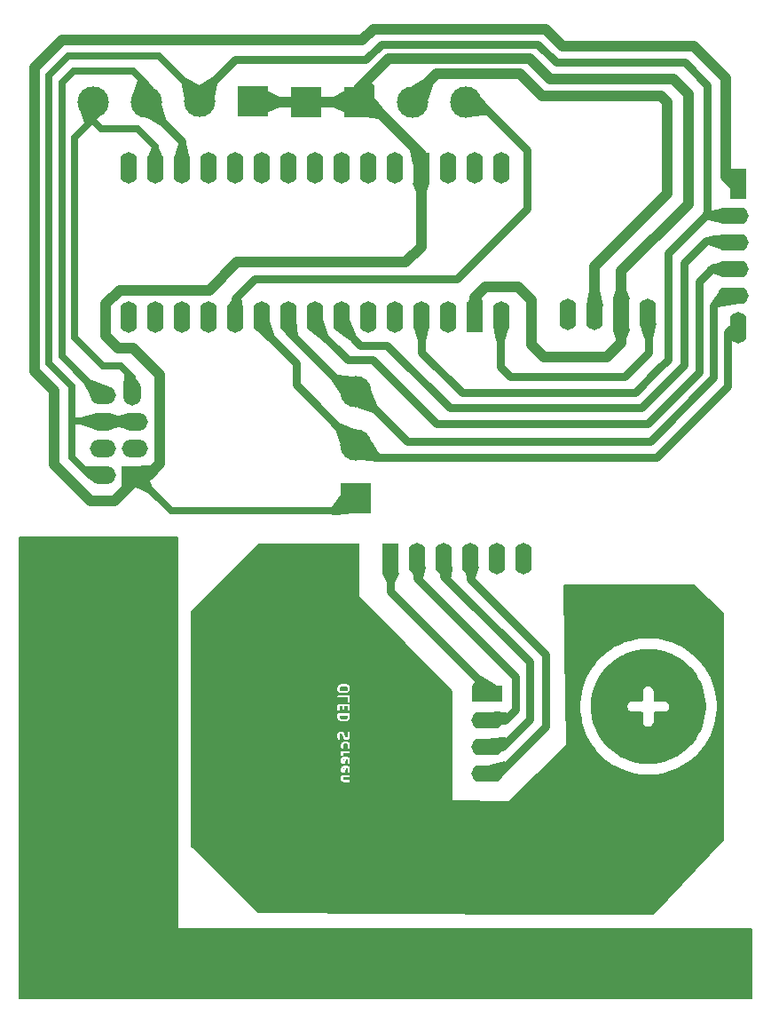
<source format=gbl>
G04 #@! TF.GenerationSoftware,KiCad,Pcbnew,9.0.4*
G04 #@! TF.CreationDate,2025-10-29T14:56:39-04:00*
G04 #@! TF.ProjectId,ArduinoBoard,41726475-696e-46f4-926f-6172642e6b69,1*
G04 #@! TF.SameCoordinates,Original*
G04 #@! TF.FileFunction,Copper,L2,Bot*
G04 #@! TF.FilePolarity,Positive*
%FSLAX46Y46*%
G04 Gerber Fmt 4.6, Leading zero omitted, Abs format (unit mm)*
G04 Created by KiCad (PCBNEW 9.0.4) date 2025-10-29 14:56:39*
%MOMM*%
%LPD*%
G01*
G04 APERTURE LIST*
G04 #@! TA.AperFunction,NonConductor*
%ADD10C,0.200000*%
G04 #@! TD*
%ADD11C,0.200000*%
G04 #@! TA.AperFunction,ComponentPad*
%ADD12O,1.600000X3.000000*%
G04 #@! TD*
G04 #@! TA.AperFunction,ComponentPad*
%ADD13R,1.600000X3.000000*%
G04 #@! TD*
G04 #@! TA.AperFunction,ComponentPad*
%ADD14C,3.000000*%
G04 #@! TD*
G04 #@! TA.AperFunction,ComponentPad*
%ADD15R,3.000000X3.000000*%
G04 #@! TD*
G04 #@! TA.AperFunction,ComponentPad*
%ADD16R,2.500000X1.700000*%
G04 #@! TD*
G04 #@! TA.AperFunction,ComponentPad*
%ADD17O,2.500000X1.700000*%
G04 #@! TD*
G04 #@! TA.AperFunction,ComponentPad*
%ADD18O,1.700000X2.500000*%
G04 #@! TD*
G04 #@! TA.AperFunction,ComponentPad*
%ADD19R,3.000000X1.600000*%
G04 #@! TD*
G04 #@! TA.AperFunction,ComponentPad*
%ADD20O,3.000000X1.600000*%
G04 #@! TD*
G04 #@! TA.AperFunction,Conductor*
%ADD21C,0.700000*%
G04 #@! TD*
G04 #@! TA.AperFunction,Conductor*
%ADD22C,0.800000*%
G04 #@! TD*
G04 #@! TA.AperFunction,Conductor*
%ADD23C,1.000000*%
G04 #@! TD*
G04 APERTURE END LIST*
D10*
X39350000Y-92800000D02*
X54400000Y-92800000D01*
X54400000Y-136800000D01*
X39350000Y-136800000D01*
X39350000Y-92800000D01*
G04 #@! TA.AperFunction,NonConductor*
G36*
X39350000Y-92800000D02*
G01*
X54400000Y-92800000D01*
X54400000Y-136800000D01*
X39350000Y-136800000D01*
X39350000Y-92800000D01*
G37*
G04 #@! TD.AperFunction*
X54550000Y-130130000D02*
X109250000Y-130130000D01*
X109250000Y-136800000D01*
X54550000Y-136800000D01*
X54550000Y-130130000D01*
G04 #@! TA.AperFunction,NonConductor*
G36*
X54550000Y-130130000D02*
G01*
X109250000Y-130130000D01*
X109250000Y-136800000D01*
X54550000Y-136800000D01*
X54550000Y-130130000D01*
G37*
G04 #@! TD.AperFunction*
D11*
G36*
X70287607Y-115093064D02*
G01*
X70252707Y-115075614D01*
X70230552Y-115031304D01*
X70230552Y-114888043D01*
X70252707Y-114843733D01*
X70297016Y-114821579D01*
X70341905Y-114821579D01*
X70287607Y-115093064D01*
G37*
G36*
X70287607Y-114235921D02*
G01*
X70252707Y-114218471D01*
X70230552Y-114174161D01*
X70230552Y-114030900D01*
X70252707Y-113986590D01*
X70297016Y-113964436D01*
X70341905Y-113964436D01*
X70287607Y-114235921D01*
G37*
G36*
X70697219Y-109943446D02*
G01*
X70662197Y-110048511D01*
X70595127Y-110115581D01*
X70524218Y-110151035D01*
X70356337Y-110193006D01*
X70238099Y-110193006D01*
X70070218Y-110151035D01*
X69999313Y-110115583D01*
X69932240Y-110048510D01*
X69897219Y-109943446D01*
X69897219Y-109821578D01*
X70697219Y-109821578D01*
X70697219Y-109943446D01*
G37*
G36*
X70603236Y-107049969D02*
G01*
X70667414Y-107114146D01*
X70697219Y-107173756D01*
X70697219Y-107317018D01*
X70667414Y-107376627D01*
X70603236Y-107440804D01*
X70451575Y-107478720D01*
X70142861Y-107478720D01*
X69991202Y-107440805D01*
X69927023Y-107376626D01*
X69897219Y-107317017D01*
X69897219Y-107173756D01*
X69927023Y-107114147D01*
X69991202Y-107049968D01*
X70142861Y-107012054D01*
X70451575Y-107012054D01*
X70603236Y-107049969D01*
G37*
G36*
X71008330Y-116266023D02*
G01*
X69586108Y-116266023D01*
X69586108Y-115769198D01*
X70030552Y-115769198D01*
X70030552Y-115912055D01*
X70032473Y-115931564D01*
X70033848Y-115934884D01*
X70034103Y-115938468D01*
X70041109Y-115956776D01*
X70088728Y-116052014D01*
X70090781Y-116055277D01*
X70091295Y-116056816D01*
X70092957Y-116058732D01*
X70099171Y-116068604D01*
X70108641Y-116076817D01*
X70116859Y-116086293D01*
X70126732Y-116092507D01*
X70128648Y-116094169D01*
X70130186Y-116094681D01*
X70133450Y-116096736D01*
X70228687Y-116144355D01*
X70246996Y-116151361D01*
X70250579Y-116151615D01*
X70253900Y-116152991D01*
X70273409Y-116154912D01*
X70797219Y-116154912D01*
X70816728Y-116152991D01*
X70852776Y-116138059D01*
X70880366Y-116110469D01*
X70895298Y-116074421D01*
X70895298Y-116035403D01*
X70880366Y-115999355D01*
X70852776Y-115971765D01*
X70816728Y-115956833D01*
X70797219Y-115954912D01*
X70297016Y-115954912D01*
X70252707Y-115932757D01*
X70230552Y-115888447D01*
X70230552Y-115792805D01*
X70260357Y-115733195D01*
X70267212Y-115726341D01*
X70797219Y-115726341D01*
X70816728Y-115724420D01*
X70852776Y-115709488D01*
X70880366Y-115681898D01*
X70895298Y-115645850D01*
X70895298Y-115606832D01*
X70880366Y-115570784D01*
X70852776Y-115543194D01*
X70816728Y-115528262D01*
X70797219Y-115526341D01*
X70130552Y-115526341D01*
X70111043Y-115528262D01*
X70074995Y-115543194D01*
X70047405Y-115570784D01*
X70032473Y-115606832D01*
X70032473Y-115645850D01*
X70047405Y-115681898D01*
X70057400Y-115691893D01*
X70041109Y-115724477D01*
X70034103Y-115742785D01*
X70033848Y-115746368D01*
X70032473Y-115749689D01*
X70030552Y-115769198D01*
X69586108Y-115769198D01*
X69586108Y-114864436D01*
X70030552Y-114864436D01*
X70030552Y-115054912D01*
X70032473Y-115074421D01*
X70033848Y-115077741D01*
X70034103Y-115081325D01*
X70041109Y-115099633D01*
X70088728Y-115194871D01*
X70090781Y-115198134D01*
X70091295Y-115199673D01*
X70092957Y-115201589D01*
X70099171Y-115211461D01*
X70108641Y-115219674D01*
X70116859Y-115229150D01*
X70126732Y-115235364D01*
X70128648Y-115237026D01*
X70130186Y-115237538D01*
X70133450Y-115239593D01*
X70228687Y-115287212D01*
X70246996Y-115294218D01*
X70250579Y-115294472D01*
X70253900Y-115295848D01*
X70273409Y-115297769D01*
X70368542Y-115297769D01*
X70368647Y-115297769D01*
X70388156Y-115295848D01*
X70397208Y-115292098D01*
X70406819Y-115290197D01*
X70415057Y-115284704D01*
X70424204Y-115280916D01*
X70431130Y-115273989D01*
X70439284Y-115268554D01*
X70444794Y-115260325D01*
X70451794Y-115253326D01*
X70455543Y-115244274D01*
X70460995Y-115236134D01*
X70466705Y-115217381D01*
X70545865Y-114821579D01*
X70630754Y-114821579D01*
X70675064Y-114843733D01*
X70697219Y-114888043D01*
X70697219Y-115031305D01*
X70660157Y-115105429D01*
X70653151Y-115123737D01*
X70650385Y-115162657D01*
X70662724Y-115199673D01*
X70688288Y-115229150D01*
X70723187Y-115246599D01*
X70762107Y-115249365D01*
X70799123Y-115237026D01*
X70828600Y-115211462D01*
X70839043Y-115194871D01*
X70886662Y-115099634D01*
X70893668Y-115081325D01*
X70893922Y-115077741D01*
X70895298Y-115074421D01*
X70897219Y-115054912D01*
X70897219Y-114864436D01*
X70895298Y-114844927D01*
X70893922Y-114841606D01*
X70893668Y-114838023D01*
X70886662Y-114819714D01*
X70839043Y-114724477D01*
X70836989Y-114721214D01*
X70836476Y-114719674D01*
X70834812Y-114717756D01*
X70828600Y-114707886D01*
X70819125Y-114699669D01*
X70810911Y-114690198D01*
X70801039Y-114683984D01*
X70799123Y-114682322D01*
X70797584Y-114681808D01*
X70794321Y-114679755D01*
X70699082Y-114632136D01*
X70680773Y-114625130D01*
X70677190Y-114624875D01*
X70673870Y-114623500D01*
X70654361Y-114621579D01*
X70273409Y-114621579D01*
X70253900Y-114623500D01*
X70250579Y-114624875D01*
X70246996Y-114625130D01*
X70228687Y-114632136D01*
X70133450Y-114679755D01*
X70130186Y-114681809D01*
X70128648Y-114682322D01*
X70126732Y-114683983D01*
X70116859Y-114690198D01*
X70108641Y-114699673D01*
X70099171Y-114707887D01*
X70092957Y-114717758D01*
X70091295Y-114719675D01*
X70090781Y-114721213D01*
X70088728Y-114724477D01*
X70041109Y-114819715D01*
X70034103Y-114838023D01*
X70033848Y-114841606D01*
X70032473Y-114844927D01*
X70030552Y-114864436D01*
X69586108Y-114864436D01*
X69586108Y-114007293D01*
X70030552Y-114007293D01*
X70030552Y-114197769D01*
X70032473Y-114217278D01*
X70033848Y-114220598D01*
X70034103Y-114224182D01*
X70041109Y-114242490D01*
X70088728Y-114337728D01*
X70090781Y-114340991D01*
X70091295Y-114342530D01*
X70092957Y-114344446D01*
X70099171Y-114354318D01*
X70108641Y-114362531D01*
X70116859Y-114372007D01*
X70126732Y-114378221D01*
X70128648Y-114379883D01*
X70130186Y-114380395D01*
X70133450Y-114382450D01*
X70228687Y-114430069D01*
X70246996Y-114437075D01*
X70250579Y-114437329D01*
X70253900Y-114438705D01*
X70273409Y-114440626D01*
X70368542Y-114440626D01*
X70368647Y-114440626D01*
X70388156Y-114438705D01*
X70397208Y-114434955D01*
X70406819Y-114433054D01*
X70415057Y-114427561D01*
X70424204Y-114423773D01*
X70431130Y-114416846D01*
X70439284Y-114411411D01*
X70444794Y-114403182D01*
X70451794Y-114396183D01*
X70455543Y-114387131D01*
X70460995Y-114378991D01*
X70466705Y-114360238D01*
X70545865Y-113964436D01*
X70630754Y-113964436D01*
X70675064Y-113986590D01*
X70697219Y-114030900D01*
X70697219Y-114174162D01*
X70660157Y-114248286D01*
X70653151Y-114266594D01*
X70650385Y-114305514D01*
X70662724Y-114342530D01*
X70688288Y-114372007D01*
X70723187Y-114389456D01*
X70762107Y-114392222D01*
X70799123Y-114379883D01*
X70828600Y-114354319D01*
X70839043Y-114337728D01*
X70886662Y-114242491D01*
X70893668Y-114224182D01*
X70893922Y-114220598D01*
X70895298Y-114217278D01*
X70897219Y-114197769D01*
X70897219Y-114007293D01*
X70895298Y-113987784D01*
X70893922Y-113984463D01*
X70893668Y-113980880D01*
X70886662Y-113962571D01*
X70839043Y-113867334D01*
X70836989Y-113864071D01*
X70836476Y-113862531D01*
X70834812Y-113860613D01*
X70828600Y-113850743D01*
X70819125Y-113842526D01*
X70810911Y-113833055D01*
X70801039Y-113826841D01*
X70799123Y-113825179D01*
X70797584Y-113824665D01*
X70794321Y-113822612D01*
X70699082Y-113774993D01*
X70680773Y-113767987D01*
X70677190Y-113767732D01*
X70673870Y-113766357D01*
X70654361Y-113764436D01*
X70273409Y-113764436D01*
X70253900Y-113766357D01*
X70250579Y-113767732D01*
X70246996Y-113767987D01*
X70228687Y-113774993D01*
X70133450Y-113822612D01*
X70130186Y-113824666D01*
X70128648Y-113825179D01*
X70126732Y-113826840D01*
X70116859Y-113833055D01*
X70108641Y-113842530D01*
X70099171Y-113850744D01*
X70092957Y-113860615D01*
X70091295Y-113862532D01*
X70090781Y-113864070D01*
X70088728Y-113867334D01*
X70041109Y-113962572D01*
X70034103Y-113980880D01*
X70033848Y-113984463D01*
X70032473Y-113987784D01*
X70030552Y-114007293D01*
X69586108Y-114007293D01*
X69586108Y-113483483D01*
X70030552Y-113483483D01*
X70030552Y-113578721D01*
X70032473Y-113598230D01*
X70047405Y-113634278D01*
X70074995Y-113661868D01*
X70111043Y-113676800D01*
X70150061Y-113676800D01*
X70186109Y-113661868D01*
X70213699Y-113634278D01*
X70228631Y-113598230D01*
X70230552Y-113578721D01*
X70230552Y-113507090D01*
X70260357Y-113447480D01*
X70285025Y-113422811D01*
X70344635Y-113393007D01*
X70797219Y-113393007D01*
X70816728Y-113391086D01*
X70852776Y-113376154D01*
X70880366Y-113348564D01*
X70895298Y-113312516D01*
X70895298Y-113273498D01*
X70880366Y-113237450D01*
X70852776Y-113209860D01*
X70816728Y-113194928D01*
X70797219Y-113193007D01*
X70130552Y-113193007D01*
X70111043Y-113194928D01*
X70074995Y-113209860D01*
X70047405Y-113237450D01*
X70032473Y-113273498D01*
X70032473Y-113312516D01*
X70047405Y-113348564D01*
X70073273Y-113374432D01*
X70041109Y-113438762D01*
X70034103Y-113457070D01*
X70033848Y-113460653D01*
X70032473Y-113463974D01*
X70030552Y-113483483D01*
X69586108Y-113483483D01*
X69586108Y-112578721D01*
X70030552Y-112578721D01*
X70030552Y-112769197D01*
X70032473Y-112788706D01*
X70033848Y-112792026D01*
X70034103Y-112795610D01*
X70041109Y-112813918D01*
X70088728Y-112909156D01*
X70099171Y-112925746D01*
X70128648Y-112951311D01*
X70165664Y-112963649D01*
X70204584Y-112960884D01*
X70239482Y-112943435D01*
X70265047Y-112913958D01*
X70277386Y-112876942D01*
X70274620Y-112838022D01*
X70267614Y-112819713D01*
X70230552Y-112745589D01*
X70230552Y-112602328D01*
X70260357Y-112542718D01*
X70285025Y-112518049D01*
X70344635Y-112488245D01*
X70583135Y-112488245D01*
X70642746Y-112518051D01*
X70667414Y-112542718D01*
X70697219Y-112602328D01*
X70697219Y-112745590D01*
X70660157Y-112819714D01*
X70653151Y-112838022D01*
X70650385Y-112876942D01*
X70662724Y-112913958D01*
X70688288Y-112943435D01*
X70723187Y-112960884D01*
X70762107Y-112963650D01*
X70799123Y-112951311D01*
X70828600Y-112925747D01*
X70839043Y-112909156D01*
X70886662Y-112813919D01*
X70893668Y-112795610D01*
X70893922Y-112792026D01*
X70895298Y-112788706D01*
X70897219Y-112769197D01*
X70897219Y-112578721D01*
X70895298Y-112559212D01*
X70893922Y-112555891D01*
X70893668Y-112552308D01*
X70886662Y-112533999D01*
X70839043Y-112438762D01*
X70833757Y-112430365D01*
X70832747Y-112427925D01*
X70830493Y-112425179D01*
X70828600Y-112422171D01*
X70826603Y-112420439D01*
X70820310Y-112412771D01*
X70772690Y-112365153D01*
X70765020Y-112358858D01*
X70763291Y-112356864D01*
X70760286Y-112354972D01*
X70757537Y-112352716D01*
X70755093Y-112351704D01*
X70746701Y-112346421D01*
X70651463Y-112298802D01*
X70633155Y-112291796D01*
X70629571Y-112291541D01*
X70626251Y-112290166D01*
X70606742Y-112288245D01*
X70321028Y-112288245D01*
X70301519Y-112290166D01*
X70298198Y-112291541D01*
X70294615Y-112291796D01*
X70276306Y-112298802D01*
X70181069Y-112346421D01*
X70172672Y-112351706D01*
X70170232Y-112352717D01*
X70167486Y-112354970D01*
X70164478Y-112356864D01*
X70162745Y-112358861D01*
X70155079Y-112365154D01*
X70107460Y-112412772D01*
X70101165Y-112420442D01*
X70099171Y-112422172D01*
X70097277Y-112425179D01*
X70095024Y-112427926D01*
X70094013Y-112430365D01*
X70088728Y-112438762D01*
X70041109Y-112534000D01*
X70034103Y-112552308D01*
X70033848Y-112555891D01*
X70032473Y-112559212D01*
X70030552Y-112578721D01*
X69586108Y-112578721D01*
X69586108Y-111626340D01*
X69697219Y-111626340D01*
X69697219Y-111864435D01*
X69698191Y-111874308D01*
X69698004Y-111876942D01*
X69698791Y-111880405D01*
X69699140Y-111883944D01*
X69700151Y-111886386D01*
X69702351Y-111896058D01*
X69749970Y-112038914D01*
X69757961Y-112056815D01*
X69783526Y-112086291D01*
X69818425Y-112103740D01*
X69857345Y-112106507D01*
X69894361Y-112094168D01*
X69923837Y-112068603D01*
X69941287Y-112033704D01*
X69944053Y-111994784D01*
X69939706Y-111975669D01*
X69897219Y-111848208D01*
X69897219Y-111649947D01*
X69927024Y-111590337D01*
X69951692Y-111565668D01*
X70011302Y-111535864D01*
X70059326Y-111535864D01*
X70118935Y-111565669D01*
X70143604Y-111590337D01*
X70179057Y-111661244D01*
X70224014Y-111841069D01*
X70224527Y-111842506D01*
X70224579Y-111843229D01*
X70227687Y-111851353D01*
X70230609Y-111859530D01*
X70231039Y-111860110D01*
X70231585Y-111861537D01*
X70279204Y-111956775D01*
X70284489Y-111965171D01*
X70285500Y-111967611D01*
X70287753Y-111970357D01*
X70289647Y-111973365D01*
X70291641Y-111975094D01*
X70297936Y-111982765D01*
X70345555Y-112030383D01*
X70353221Y-112036675D01*
X70354954Y-112038673D01*
X70357962Y-112040566D01*
X70360708Y-112042820D01*
X70363148Y-112043830D01*
X70371545Y-112049116D01*
X70466782Y-112096735D01*
X70485091Y-112103741D01*
X70488674Y-112103995D01*
X70491995Y-112105371D01*
X70511504Y-112107292D01*
X70606742Y-112107292D01*
X70626251Y-112105371D01*
X70629571Y-112103995D01*
X70633155Y-112103741D01*
X70651463Y-112096735D01*
X70746701Y-112049116D01*
X70755093Y-112043832D01*
X70757537Y-112042821D01*
X70760286Y-112040564D01*
X70763291Y-112038673D01*
X70765020Y-112036678D01*
X70772690Y-112030384D01*
X70820310Y-111982766D01*
X70826603Y-111975097D01*
X70828600Y-111973366D01*
X70830493Y-111970357D01*
X70832747Y-111967612D01*
X70833757Y-111965171D01*
X70839043Y-111956775D01*
X70886662Y-111861538D01*
X70893668Y-111843229D01*
X70893922Y-111839645D01*
X70895298Y-111836325D01*
X70897219Y-111816816D01*
X70897219Y-111578721D01*
X70896246Y-111568847D01*
X70896434Y-111566213D01*
X70895646Y-111562749D01*
X70895298Y-111559212D01*
X70894286Y-111556770D01*
X70892087Y-111547098D01*
X70844468Y-111404241D01*
X70836477Y-111386341D01*
X70810912Y-111356865D01*
X70776013Y-111339415D01*
X70737093Y-111336649D01*
X70700077Y-111348987D01*
X70670601Y-111374552D01*
X70653151Y-111409451D01*
X70650385Y-111448371D01*
X70654732Y-111467487D01*
X70697219Y-111594947D01*
X70697219Y-111793209D01*
X70667414Y-111852818D01*
X70642746Y-111877485D01*
X70583135Y-111907292D01*
X70535111Y-111907292D01*
X70475501Y-111877487D01*
X70450833Y-111852818D01*
X70415379Y-111781911D01*
X70370423Y-111602086D01*
X70369909Y-111600647D01*
X70369858Y-111599927D01*
X70366749Y-111591802D01*
X70363828Y-111583626D01*
X70363398Y-111583046D01*
X70362852Y-111581618D01*
X70315233Y-111486381D01*
X70309947Y-111477984D01*
X70308937Y-111475544D01*
X70306683Y-111472798D01*
X70304790Y-111469790D01*
X70302792Y-111468057D01*
X70296500Y-111460391D01*
X70248882Y-111412772D01*
X70241211Y-111406477D01*
X70239482Y-111404483D01*
X70236474Y-111402589D01*
X70233728Y-111400336D01*
X70231288Y-111399325D01*
X70222892Y-111394040D01*
X70127654Y-111346421D01*
X70109346Y-111339415D01*
X70105762Y-111339160D01*
X70102442Y-111337785D01*
X70082933Y-111335864D01*
X69987695Y-111335864D01*
X69968186Y-111337785D01*
X69964865Y-111339160D01*
X69961282Y-111339415D01*
X69942973Y-111346421D01*
X69847736Y-111394040D01*
X69839339Y-111399325D01*
X69836899Y-111400336D01*
X69834153Y-111402589D01*
X69831145Y-111404483D01*
X69829412Y-111406480D01*
X69821746Y-111412773D01*
X69774127Y-111460391D01*
X69767832Y-111468061D01*
X69765838Y-111469791D01*
X69763944Y-111472798D01*
X69761691Y-111475545D01*
X69760680Y-111477984D01*
X69755395Y-111486381D01*
X69707776Y-111581619D01*
X69700770Y-111599927D01*
X69700515Y-111603510D01*
X69699140Y-111606831D01*
X69697219Y-111626340D01*
X69586108Y-111626340D01*
X69586108Y-109721578D01*
X69697219Y-109721578D01*
X69697219Y-109959673D01*
X69698191Y-109969546D01*
X69698004Y-109972180D01*
X69698791Y-109975643D01*
X69699140Y-109979182D01*
X69700151Y-109981624D01*
X69702351Y-109991296D01*
X69749970Y-110134152D01*
X69757961Y-110152053D01*
X69760316Y-110154768D01*
X69761691Y-110158087D01*
X69774127Y-110173241D01*
X69869365Y-110268479D01*
X69877031Y-110274770D01*
X69878764Y-110276768D01*
X69881775Y-110278663D01*
X69884519Y-110280915D01*
X69886956Y-110281924D01*
X69895355Y-110287211D01*
X69990592Y-110334830D01*
X69992020Y-110335376D01*
X69992600Y-110335806D01*
X70000776Y-110338727D01*
X70008901Y-110341836D01*
X70009621Y-110341887D01*
X70011060Y-110342401D01*
X70201536Y-110390020D01*
X70204917Y-110390520D01*
X70206281Y-110391085D01*
X70213631Y-110391808D01*
X70220929Y-110392888D01*
X70222387Y-110392670D01*
X70225790Y-110393006D01*
X70368647Y-110393006D01*
X70372049Y-110392670D01*
X70373508Y-110392888D01*
X70380805Y-110391808D01*
X70388156Y-110391085D01*
X70389519Y-110390520D01*
X70392901Y-110390020D01*
X70583376Y-110342401D01*
X70584813Y-110341887D01*
X70585536Y-110341836D01*
X70593660Y-110338727D01*
X70601837Y-110335806D01*
X70602417Y-110335375D01*
X70603844Y-110334830D01*
X70699082Y-110287211D01*
X70707474Y-110281928D01*
X70709918Y-110280916D01*
X70712667Y-110278659D01*
X70715672Y-110276768D01*
X70717401Y-110274773D01*
X70725071Y-110268479D01*
X70820311Y-110173241D01*
X70832747Y-110158088D01*
X70834122Y-110154768D01*
X70836477Y-110152053D01*
X70844468Y-110134153D01*
X70892087Y-109991296D01*
X70894286Y-109981623D01*
X70895298Y-109979182D01*
X70895646Y-109975644D01*
X70896434Y-109972181D01*
X70896246Y-109969546D01*
X70897219Y-109959673D01*
X70897219Y-109721578D01*
X70895298Y-109702069D01*
X70880366Y-109666021D01*
X70852776Y-109638431D01*
X70816728Y-109623499D01*
X70797219Y-109621578D01*
X69797219Y-109621578D01*
X69777710Y-109623499D01*
X69741662Y-109638431D01*
X69714072Y-109666021D01*
X69699140Y-109702069D01*
X69697219Y-109721578D01*
X69586108Y-109721578D01*
X69586108Y-108816816D01*
X69697219Y-108816816D01*
X69697219Y-109293006D01*
X69699140Y-109312515D01*
X69714072Y-109348563D01*
X69741662Y-109376153D01*
X69777710Y-109391085D01*
X69816728Y-109391085D01*
X69852776Y-109376153D01*
X69880366Y-109348563D01*
X69895298Y-109312515D01*
X69897219Y-109293006D01*
X69897219Y-108916816D01*
X70173409Y-108916816D01*
X70173409Y-109150149D01*
X70175330Y-109169658D01*
X70190262Y-109205706D01*
X70217852Y-109233296D01*
X70253900Y-109248228D01*
X70292918Y-109248228D01*
X70328966Y-109233296D01*
X70356556Y-109205706D01*
X70371488Y-109169658D01*
X70373409Y-109150149D01*
X70373409Y-108916816D01*
X70697219Y-108916816D01*
X70697219Y-109293006D01*
X70699140Y-109312515D01*
X70714072Y-109348563D01*
X70741662Y-109376153D01*
X70777710Y-109391085D01*
X70816728Y-109391085D01*
X70852776Y-109376153D01*
X70880366Y-109348563D01*
X70895298Y-109312515D01*
X70897219Y-109293006D01*
X70897219Y-108816816D01*
X70895298Y-108797307D01*
X70880366Y-108761259D01*
X70852776Y-108733669D01*
X70816728Y-108718737D01*
X70797219Y-108716816D01*
X69797219Y-108716816D01*
X69777710Y-108718737D01*
X69741662Y-108733669D01*
X69714072Y-108761259D01*
X69699140Y-108797307D01*
X69697219Y-108816816D01*
X69586108Y-108816816D01*
X69586108Y-107987783D01*
X69699140Y-107987783D01*
X69699140Y-108026801D01*
X69714072Y-108062849D01*
X69741662Y-108090439D01*
X69777710Y-108105371D01*
X69797219Y-108107292D01*
X70697219Y-108107292D01*
X70697219Y-108483482D01*
X70699140Y-108502991D01*
X70714072Y-108539039D01*
X70741662Y-108566629D01*
X70777710Y-108581561D01*
X70816728Y-108581561D01*
X70852776Y-108566629D01*
X70880366Y-108539039D01*
X70895298Y-108502991D01*
X70897219Y-108483482D01*
X70897219Y-108007292D01*
X70895298Y-107987783D01*
X70880366Y-107951735D01*
X70852776Y-107924145D01*
X70816728Y-107909213D01*
X70797219Y-107907292D01*
X69797219Y-107907292D01*
X69777710Y-107909213D01*
X69741662Y-107924145D01*
X69714072Y-107951735D01*
X69699140Y-107987783D01*
X69586108Y-107987783D01*
X69586108Y-107150149D01*
X69697219Y-107150149D01*
X69697219Y-107340625D01*
X69699140Y-107360134D01*
X69700515Y-107363454D01*
X69700770Y-107367038D01*
X69707776Y-107385346D01*
X69755395Y-107480584D01*
X69760680Y-107488980D01*
X69761691Y-107491420D01*
X69763944Y-107494166D01*
X69765838Y-107497174D01*
X69767832Y-107498903D01*
X69774127Y-107506574D01*
X69869365Y-107601812D01*
X69884519Y-107614248D01*
X69891387Y-107617093D01*
X69897362Y-107621520D01*
X69915822Y-107628115D01*
X70106298Y-107675734D01*
X70109679Y-107676234D01*
X70111043Y-107676799D01*
X70118393Y-107677522D01*
X70125691Y-107678602D01*
X70127149Y-107678384D01*
X70130552Y-107678720D01*
X70463885Y-107678720D01*
X70467287Y-107678384D01*
X70468746Y-107678602D01*
X70476043Y-107677522D01*
X70483394Y-107676799D01*
X70484757Y-107676234D01*
X70488139Y-107675734D01*
X70678614Y-107628115D01*
X70697075Y-107621520D01*
X70703047Y-107617094D01*
X70709918Y-107614249D01*
X70725071Y-107601812D01*
X70820311Y-107506574D01*
X70826604Y-107498905D01*
X70828600Y-107497175D01*
X70830493Y-107494167D01*
X70832747Y-107491421D01*
X70833757Y-107488980D01*
X70839043Y-107480584D01*
X70886662Y-107385347D01*
X70893668Y-107367038D01*
X70893922Y-107363454D01*
X70895298Y-107360134D01*
X70897219Y-107340625D01*
X70897219Y-107150149D01*
X70895298Y-107130640D01*
X70893922Y-107127319D01*
X70893668Y-107123736D01*
X70886662Y-107105427D01*
X70839043Y-107010190D01*
X70833757Y-107001793D01*
X70832747Y-106999353D01*
X70830493Y-106996606D01*
X70828600Y-106993599D01*
X70826604Y-106991868D01*
X70820311Y-106984200D01*
X70725071Y-106888962D01*
X70709918Y-106876525D01*
X70703047Y-106873679D01*
X70697075Y-106869254D01*
X70678614Y-106862659D01*
X70488139Y-106815040D01*
X70484757Y-106814539D01*
X70483394Y-106813975D01*
X70476043Y-106813251D01*
X70468746Y-106812172D01*
X70467287Y-106812389D01*
X70463885Y-106812054D01*
X70130552Y-106812054D01*
X70127149Y-106812389D01*
X70125691Y-106812172D01*
X70118393Y-106813251D01*
X70111043Y-106813975D01*
X70109679Y-106814539D01*
X70106298Y-106815040D01*
X69915822Y-106862659D01*
X69897362Y-106869254D01*
X69891387Y-106873680D01*
X69884519Y-106876526D01*
X69869365Y-106888962D01*
X69774127Y-106984200D01*
X69767832Y-106991870D01*
X69765838Y-106993600D01*
X69763944Y-106996607D01*
X69761691Y-106999354D01*
X69760680Y-107001793D01*
X69755395Y-107010190D01*
X69707776Y-107105428D01*
X69700770Y-107123736D01*
X69700515Y-107127319D01*
X69699140Y-107130640D01*
X69697219Y-107150149D01*
X69586108Y-107150149D01*
X69586108Y-106700943D01*
X71008330Y-106700943D01*
X71008330Y-116266023D01*
G37*
D12*
X87490000Y-94820000D03*
X84950000Y-94820000D03*
X82410000Y-94820000D03*
X79870000Y-94820000D03*
X77330000Y-94820000D03*
D13*
X74790000Y-94820000D03*
D14*
X56570000Y-51297000D03*
D15*
X61650000Y-51297000D03*
D12*
X91710000Y-71552500D03*
X94250000Y-71552500D03*
D13*
X96790000Y-71552500D03*
D12*
X99330000Y-71552500D03*
D16*
X50349792Y-86870000D03*
D17*
X47309792Y-86870000D03*
X50349792Y-84330000D03*
X47309792Y-84330000D03*
X50349792Y-81790000D03*
X47309792Y-81790000D03*
D18*
X50099792Y-79000000D03*
D17*
X47309792Y-79250000D03*
D14*
X76890000Y-51307000D03*
X81970000Y-51307000D03*
D19*
X83990000Y-107710000D03*
D20*
X83990000Y-110250000D03*
X83990000Y-112790000D03*
X83990000Y-115330000D03*
D14*
X46390000Y-51300000D03*
X51470000Y-51300000D03*
D13*
X107910000Y-59120000D03*
D20*
X107410000Y-62160000D03*
X107410000Y-64700000D03*
X107410000Y-67240000D03*
X107410000Y-69780000D03*
D12*
X107910000Y-72820000D03*
D15*
X66730000Y-51307000D03*
X71810000Y-51307000D03*
D14*
X71489688Y-78976000D03*
X71489688Y-84056000D03*
D15*
X71489688Y-89136000D03*
D12*
X85320000Y-57600000D03*
X82780000Y-57600000D03*
X80240000Y-57600000D03*
D13*
X77700000Y-57600000D03*
D12*
X75160000Y-57600000D03*
X72620000Y-57600000D03*
X70080000Y-57600000D03*
X67540000Y-57600000D03*
X65000000Y-57600000D03*
X62460000Y-57600000D03*
X59920000Y-57600000D03*
X57380000Y-57600000D03*
X54840000Y-57600000D03*
X52300000Y-57600000D03*
X49760000Y-57600000D03*
X49760000Y-71840000D03*
X52300000Y-71840000D03*
X54840000Y-71840000D03*
X57380000Y-71840000D03*
X59920000Y-71840000D03*
X62460000Y-71840000D03*
X65000000Y-71840000D03*
X67540000Y-71840000D03*
X70080000Y-71840000D03*
X72620000Y-71840000D03*
X75160000Y-71840000D03*
X77700000Y-71840000D03*
X80240000Y-71840000D03*
D13*
X82780000Y-71840000D03*
D12*
X85320000Y-71840000D03*
D21*
X48980000Y-76480000D02*
X50099792Y-77599792D01*
X50662500Y-53862500D02*
X48862500Y-53862500D01*
X52340000Y-57060000D02*
X52340000Y-55540000D01*
X47280000Y-76480000D02*
X48980000Y-76480000D01*
X48862500Y-53862500D02*
X48860000Y-53865000D01*
X46300000Y-50763000D02*
X46320000Y-50783000D01*
X45460000Y-53865000D02*
X44620000Y-54705000D01*
X50100000Y-79249792D02*
X50099792Y-79250000D01*
X44620000Y-73820000D02*
X47280000Y-76480000D01*
X46320000Y-50783000D02*
X46320000Y-53005000D01*
X48860000Y-53865000D02*
X47180000Y-53865000D01*
X46320000Y-53005000D02*
X45460000Y-53865000D01*
X44620000Y-54705000D02*
X44620000Y-73820000D01*
X45475000Y-53850000D02*
X45460000Y-53865000D01*
X50099792Y-77599792D02*
X50099792Y-79250000D01*
X47180000Y-53865000D02*
X46320000Y-53005000D01*
X52340000Y-55540000D02*
X50662500Y-53862500D01*
D22*
X51380000Y-51585000D02*
X54880000Y-55085000D01*
D21*
X47070000Y-79250000D02*
X47845000Y-79250000D01*
D22*
X54880000Y-55085000D02*
X54880000Y-56985000D01*
D21*
X51380000Y-51210000D02*
X51380000Y-49553000D01*
D22*
X51380000Y-51390000D02*
X51380000Y-51585000D01*
D21*
X44500000Y-48400000D02*
X43400000Y-49500000D01*
X43400000Y-49500000D02*
X43400000Y-75580000D01*
D22*
X51470000Y-51300000D02*
X51380000Y-51390000D01*
X51470000Y-50813000D02*
X51400000Y-50743000D01*
D21*
X50227000Y-48400000D02*
X44500000Y-48400000D01*
X43400000Y-75580000D02*
X47070000Y-79250000D01*
D22*
X51400000Y-50743000D02*
X51400000Y-50144000D01*
X51470000Y-51300000D02*
X51470000Y-50813000D01*
D21*
X51470000Y-51300000D02*
X51380000Y-51210000D01*
X51380000Y-49553000D02*
X50227000Y-48400000D01*
D22*
X56570000Y-50690000D02*
X59960000Y-47300000D01*
D21*
X52670000Y-46950000D02*
X44000000Y-46950000D01*
D22*
X77740000Y-72380000D02*
X77740000Y-75190000D01*
D21*
X56480000Y-50760000D02*
X52670000Y-46950000D01*
D22*
X100250000Y-76860000D02*
X101210000Y-75900000D01*
X56480000Y-51207000D02*
X56570000Y-51297000D01*
D21*
X47815000Y-81760000D02*
X44350000Y-81760000D01*
D22*
X101210000Y-65750000D02*
X104480000Y-62480000D01*
D21*
X44350000Y-85200000D02*
X46020000Y-86870000D01*
D22*
X72400000Y-47300000D02*
X73900000Y-45800000D01*
X101210000Y-75900000D02*
X101210000Y-65750000D01*
X56480000Y-50760000D02*
X56480000Y-51207000D01*
D21*
X42150000Y-76200000D02*
X44350000Y-78400000D01*
X46020000Y-86870000D02*
X47559792Y-86870000D01*
D22*
X105010000Y-61950000D02*
X104480000Y-62480000D01*
X101210000Y-66630000D02*
X101210000Y-65750000D01*
X104800000Y-62160000D02*
X107900000Y-62160000D01*
X104480000Y-62480000D02*
X104800000Y-62160000D01*
D21*
X44350000Y-78400000D02*
X44350000Y-85200000D01*
X47559792Y-81790000D02*
X50385000Y-81790000D01*
D22*
X59960000Y-47300000D02*
X72400000Y-47300000D01*
X102850000Y-47570000D02*
X105010000Y-49730000D01*
X98082240Y-79025000D02*
X100247240Y-76860000D01*
X77740000Y-75190000D02*
X81575000Y-79025000D01*
X81575000Y-79025000D02*
X98082240Y-79025000D01*
X105010000Y-49730000D02*
X105010000Y-61950000D01*
X90580000Y-47570000D02*
X102850000Y-47570000D01*
D21*
X44000000Y-46950000D02*
X42150000Y-48800000D01*
D22*
X56570000Y-51297000D02*
X56570000Y-50690000D01*
X73900000Y-45800000D02*
X88810000Y-45800000D01*
X88810000Y-45800000D02*
X90580000Y-47570000D01*
X100247240Y-76860000D02*
X100250000Y-76860000D01*
D21*
X42150000Y-48800000D02*
X42150000Y-76200000D01*
D22*
X79145000Y-81995000D02*
X99272240Y-81995000D01*
X67580000Y-72820000D02*
X70670000Y-75910000D01*
X70670000Y-75910000D02*
X73060000Y-75910000D01*
X73060000Y-75910000D02*
X79145000Y-81995000D01*
X104210000Y-77057240D02*
X104210000Y-68450000D01*
X105562500Y-67097500D02*
X107472500Y-67097500D01*
X104210000Y-68450000D02*
X105562500Y-67097500D01*
X67580000Y-72380000D02*
X67580000Y-72820000D01*
X99272240Y-81995000D02*
X104210000Y-77057240D01*
X71899792Y-74500000D02*
X74450000Y-74500000D01*
X74450000Y-74500000D02*
X80445000Y-80495000D01*
X104872500Y-64557500D02*
X107472500Y-64557500D01*
X102800000Y-66630000D02*
X104872500Y-64557500D01*
X98672238Y-80495000D02*
X101306238Y-77861000D01*
X101306238Y-77861000D02*
X102770000Y-76397238D01*
X102770000Y-66660000D02*
X102800000Y-66630000D01*
X70080000Y-72340000D02*
X70080000Y-72680208D01*
X70080000Y-72680208D02*
X71899792Y-74500000D01*
X102800000Y-66630000D02*
X102800000Y-67330000D01*
X80445000Y-80495000D02*
X98672238Y-80495000D01*
X102770000Y-76397238D02*
X102770000Y-66660000D01*
X72406000Y-84056000D02*
X71489688Y-84056000D01*
X62460000Y-72950000D02*
X62460000Y-72340000D01*
X107910000Y-72320000D02*
X106950000Y-73280000D01*
X71489688Y-83989688D02*
X65770000Y-78270000D01*
X100137240Y-85230000D02*
X73580000Y-85230000D01*
X71489688Y-84056000D02*
X71489688Y-83989688D01*
X65770000Y-76260000D02*
X62460000Y-72950000D01*
X73580000Y-85230000D02*
X72406000Y-84056000D01*
X65770000Y-78270000D02*
X65770000Y-76260000D01*
X106950000Y-73280000D02*
X106950000Y-78417240D01*
X106950000Y-78417240D02*
X100137240Y-85230000D01*
D23*
X74560000Y-47200000D02*
X88080000Y-47200000D01*
X106750000Y-49040000D02*
X103690000Y-45980000D01*
X50099792Y-87700208D02*
X48440000Y-89360000D01*
X47550000Y-70600000D02*
X47550000Y-73600000D01*
X77700000Y-56300000D02*
X77700000Y-57100000D01*
X71810000Y-51307000D02*
X71810000Y-49950000D01*
X86950000Y-68950000D02*
X83850000Y-68950000D01*
X48750000Y-74800000D02*
X50180000Y-74800000D01*
X82790000Y-70010000D02*
X82790000Y-72330000D01*
X52740000Y-77360000D02*
X52740000Y-85810000D01*
X95400000Y-75650000D02*
X89390000Y-75650000D01*
X101790000Y-49120000D02*
X103210000Y-50540000D01*
X101280000Y-45980000D02*
X103070000Y-45980000D01*
D21*
X50370000Y-86870000D02*
X53820000Y-90320000D01*
D23*
X103690000Y-45980000D02*
X101280000Y-45980000D01*
X103210000Y-50540000D02*
X103210000Y-61040000D01*
X89587049Y-44400000D02*
X91167049Y-45980000D01*
X52740000Y-85810000D02*
X51680000Y-86870000D01*
X43400000Y-45450000D02*
X72050000Y-45450000D01*
X50099792Y-86870000D02*
X50099792Y-87700208D01*
D21*
X53820000Y-90320000D02*
X69479792Y-90320000D01*
D23*
X61660000Y-51307000D02*
X61650000Y-51297000D01*
X106750000Y-58470000D02*
X106750000Y-49040000D01*
X48440000Y-89360000D02*
X46110000Y-89360000D01*
X88190000Y-74450000D02*
X88190000Y-70190000D01*
X89390000Y-75650000D02*
X88190000Y-74450000D01*
X50180000Y-74800000D02*
X52740000Y-77360000D01*
X71183000Y-51307000D02*
X61660000Y-51307000D01*
X72050000Y-45450000D02*
X73100000Y-44400000D01*
X73100000Y-44400000D02*
X89587049Y-44400000D01*
X51680000Y-86870000D02*
X50385000Y-86870000D01*
X90000000Y-49120000D02*
X101790000Y-49120000D01*
X96790000Y-67460000D02*
X96790000Y-72052500D01*
X96790000Y-74260000D02*
X95400000Y-75650000D01*
X47550000Y-73600000D02*
X48750000Y-74800000D01*
X77700000Y-57100000D02*
X77700000Y-65100000D01*
X107900000Y-59620000D02*
X106750000Y-58470000D01*
X76200000Y-66600000D02*
X60100000Y-66600000D01*
X77700000Y-65100000D02*
X76200000Y-66600000D01*
X88190000Y-70190000D02*
X86950000Y-68950000D01*
X103210000Y-61040000D02*
X96790000Y-67460000D01*
X83850000Y-68950000D02*
X82790000Y-70010000D01*
X57450000Y-69250000D02*
X48900000Y-69250000D01*
X71810000Y-51307000D02*
X72707000Y-51307000D01*
D21*
X50099792Y-86870000D02*
X50370000Y-86870000D01*
D23*
X88080000Y-47200000D02*
X90000000Y-49120000D01*
X40800000Y-48050000D02*
X43400000Y-45450000D01*
X91167049Y-45980000D02*
X103050000Y-45980000D01*
X48900000Y-69250000D02*
X47550000Y-70600000D01*
X96790000Y-72052500D02*
X96790000Y-74260000D01*
X42668667Y-85918667D02*
X42668667Y-78868667D01*
X42668667Y-78868667D02*
X40800000Y-77000000D01*
X71810000Y-49950000D02*
X74560000Y-47200000D01*
D21*
X69479792Y-90320000D02*
X71459792Y-88340000D01*
D23*
X40800000Y-77000000D02*
X40800000Y-48050000D01*
X72707000Y-51307000D02*
X77700000Y-56300000D01*
X46110000Y-89360000D02*
X42668667Y-85918667D01*
X60100000Y-66600000D02*
X57450000Y-69250000D01*
X61570000Y-50320000D02*
X61560000Y-50310000D01*
D22*
X86205000Y-77520000D02*
X97080000Y-77520000D01*
X99390000Y-75210000D02*
X99390000Y-72112500D01*
X85260000Y-76575000D02*
X86205000Y-77520000D01*
X97080000Y-77520000D02*
X99390000Y-75210000D01*
X85260000Y-72400000D02*
X85260000Y-76575000D01*
X99390000Y-72112500D02*
X99330000Y-72052500D01*
D23*
X101150000Y-51330000D02*
X101150000Y-60100000D01*
X101150000Y-60100000D02*
X94250000Y-67000000D01*
X87130000Y-48650000D02*
X89220000Y-50740000D01*
X79150000Y-48650000D02*
X87130000Y-48650000D01*
X76890000Y-50910000D02*
X79150000Y-48650000D01*
X100560000Y-50740000D02*
X101150000Y-51330000D01*
X76862953Y-51279953D02*
X76890000Y-51307000D01*
X89220000Y-50740000D02*
X100560000Y-50740000D01*
X76862953Y-50832953D02*
X76862953Y-51279953D01*
X94250000Y-67000000D02*
X94250000Y-72052500D01*
X76890000Y-51307000D02*
X76890000Y-50910000D01*
D22*
X88040000Y-110190000D02*
X85440000Y-112790000D01*
X85440000Y-112790000D02*
X84490000Y-112790000D01*
X88040000Y-104710000D02*
X88040000Y-110190000D01*
X79870000Y-96540000D02*
X88040000Y-104710000D01*
X79870000Y-94320000D02*
X79870000Y-96540000D01*
X77330000Y-96740000D02*
X86680000Y-106090000D01*
X85650000Y-110250000D02*
X84490000Y-110250000D01*
X77330000Y-94320000D02*
X77330000Y-96740000D01*
X86680000Y-106090000D02*
X86680000Y-109220000D01*
X86680000Y-109220000D02*
X85650000Y-110250000D01*
X89590000Y-104000000D02*
X89590000Y-110830000D01*
X89590000Y-110830000D02*
X85090000Y-115330000D01*
X82410000Y-96820000D02*
X89590000Y-104000000D01*
X82410000Y-94320000D02*
X82410000Y-96820000D01*
X85090000Y-115330000D02*
X84490000Y-115330000D01*
X74790000Y-94320000D02*
X74790000Y-98010000D01*
X74790000Y-98010000D02*
X84490000Y-107710000D01*
X59920000Y-70050000D02*
X59920000Y-72340000D01*
X81100000Y-68200000D02*
X61770000Y-68200000D01*
X87800000Y-61500000D02*
X81100000Y-68200000D01*
X87800000Y-55944294D02*
X87800000Y-61500000D01*
X82625706Y-50770000D02*
X87800000Y-55944294D01*
X61770000Y-68200000D02*
X59920000Y-70050000D01*
X81880000Y-50770000D02*
X82625706Y-50770000D01*
X99537240Y-83680000D02*
X76330000Y-83680000D01*
X105600000Y-77617240D02*
X99537240Y-83680000D01*
X107910000Y-69780000D02*
X106550000Y-69780000D01*
X71459792Y-78180000D02*
X69979792Y-78180000D01*
X105600000Y-70730000D02*
X105600000Y-77617240D01*
X106550000Y-69780000D02*
X105600000Y-70730000D01*
X65000000Y-73200208D02*
X65000000Y-72340000D01*
X76330000Y-83680000D02*
X70990000Y-78340000D01*
X69979792Y-78180000D02*
X65000000Y-73200208D01*
G04 #@! TA.AperFunction,Conductor*
G36*
X52432735Y-55146138D02*
G01*
X52435298Y-55149998D01*
X53072329Y-56714067D01*
X53072276Y-56723021D01*
X53066601Y-56729006D01*
X52305650Y-57098307D01*
X52296711Y-57098836D01*
X52295703Y-57098433D01*
X51823935Y-56884108D01*
X51525326Y-56748450D01*
X51519212Y-56741909D01*
X51519211Y-56733692D01*
X51932788Y-55631019D01*
X51935467Y-55626860D01*
X52416190Y-55146137D01*
X52424462Y-55142711D01*
X52432735Y-55146138D01*
G37*
G04 #@! TD.AperFunction*
G04 #@! TA.AperFunction,Conductor*
G36*
X46395945Y-51309825D02*
G01*
X46396515Y-51310831D01*
X47057065Y-52622935D01*
X47057725Y-52631865D01*
X47055355Y-52635975D01*
X46022656Y-53796299D01*
X46014596Y-53800200D01*
X46006137Y-53797260D01*
X46005643Y-53796793D01*
X45521449Y-53312599D01*
X45518574Y-53307876D01*
X45135698Y-52105675D01*
X45136452Y-52096753D01*
X45140579Y-52092245D01*
X46379799Y-51306211D01*
X46388620Y-51304674D01*
X46395945Y-51309825D01*
G37*
G04 #@! TD.AperFunction*
G04 #@! TA.AperFunction,Conductor*
G36*
X49870840Y-76878733D02*
G01*
X49872046Y-76880148D01*
X50687216Y-78006884D01*
X50689289Y-78015595D01*
X50688297Y-78018780D01*
X50106710Y-79237688D01*
X50100054Y-79243679D01*
X50091112Y-79243210D01*
X50089042Y-79241943D01*
X49254953Y-78603948D01*
X49250463Y-78596200D01*
X49250415Y-78593540D01*
X49368623Y-77368178D01*
X49371995Y-77361032D01*
X49854295Y-76878732D01*
X49862567Y-76875306D01*
X49870840Y-76878733D01*
G37*
G04 #@! TD.AperFunction*
G04 #@! TA.AperFunction,Conductor*
G36*
X51482084Y-51301358D02*
G01*
X52938378Y-51536517D01*
X52945998Y-51541217D01*
X52947840Y-51545139D01*
X53309217Y-52943732D01*
X53307969Y-52952599D01*
X53306162Y-52954932D01*
X52751345Y-53509749D01*
X52743072Y-53513176D01*
X52737549Y-53511791D01*
X52733735Y-53509749D01*
X51697531Y-52954932D01*
X51390788Y-52790692D01*
X51385112Y-52783765D01*
X51384630Y-52779711D01*
X51468552Y-51312240D01*
X51472446Y-51304178D01*
X51480901Y-51301229D01*
X51482084Y-51301358D01*
G37*
G04 #@! TD.AperFunction*
G04 #@! TA.AperFunction,Conductor*
G36*
X55279060Y-55318799D02*
G01*
X55282161Y-55324328D01*
X55622362Y-56734536D01*
X55620971Y-56743382D01*
X55615834Y-56747929D01*
X54844846Y-57098794D01*
X54835897Y-57099102D01*
X54835154Y-57098794D01*
X54064643Y-56748147D01*
X54058532Y-56741601D01*
X54058274Y-56734164D01*
X54477513Y-55323738D01*
X54483155Y-55316785D01*
X54488728Y-55315372D01*
X55270787Y-55315372D01*
X55279060Y-55318799D01*
G37*
G04 #@! TD.AperFunction*
G04 #@! TA.AperFunction,Conductor*
G36*
X51111817Y-48790975D02*
G01*
X51112342Y-48791535D01*
X52142709Y-49968205D01*
X52145581Y-49976687D01*
X52144328Y-49981233D01*
X51476580Y-51289202D01*
X51469766Y-51295012D01*
X51460839Y-51294303D01*
X51459842Y-51293729D01*
X50224698Y-50500563D01*
X50219589Y-50493210D01*
X50219882Y-50487138D01*
X50608271Y-49279798D01*
X50611133Y-49275113D01*
X51095272Y-48790974D01*
X51103544Y-48787548D01*
X51111817Y-48790975D01*
G37*
G04 #@! TD.AperFunction*
G04 #@! TA.AperFunction,Conductor*
G36*
X46053912Y-77734542D02*
G01*
X47843244Y-78410161D01*
X47849772Y-78416289D01*
X47850150Y-78424979D01*
X47563290Y-79242749D01*
X47557318Y-79249421D01*
X47552067Y-79250575D01*
X46083078Y-79227600D01*
X46074859Y-79224044D01*
X46072897Y-79221331D01*
X45555868Y-78234470D01*
X45555064Y-78225551D01*
X45557957Y-78220769D01*
X46041511Y-77737215D01*
X46049783Y-77733789D01*
X46053912Y-77734542D01*
G37*
G04 #@! TD.AperFunction*
G04 #@! TA.AperFunction,Conductor*
G36*
X57704688Y-49002757D02*
G01*
X58259519Y-49557588D01*
X58262946Y-49565861D01*
X58262775Y-49567853D01*
X58022424Y-50958916D01*
X58017639Y-50966485D01*
X58013497Y-50968331D01*
X56581953Y-51294819D01*
X56573125Y-51293318D01*
X56567944Y-51286014D01*
X56567735Y-51284815D01*
X56529285Y-50966598D01*
X56390410Y-49817233D01*
X56392820Y-49808610D01*
X56395844Y-49805898D01*
X57690239Y-49001093D01*
X57699072Y-48999636D01*
X57704688Y-49002757D01*
G37*
G04 #@! TD.AperFunction*
G04 #@! TA.AperFunction,Conductor*
G36*
X77704837Y-72341201D02*
G01*
X78448153Y-72679473D01*
X78475834Y-72692070D01*
X78481945Y-72698616D01*
X78482362Y-72705463D01*
X78142161Y-74115672D01*
X78136889Y-74122911D01*
X78130787Y-74124628D01*
X77348728Y-74124628D01*
X77340455Y-74121201D01*
X77337513Y-74116262D01*
X76918274Y-72705835D01*
X76919202Y-72696928D01*
X76924641Y-72691853D01*
X77695154Y-72341204D01*
X77704103Y-72340897D01*
X77704837Y-72341201D01*
G37*
G04 #@! TD.AperFunction*
G04 #@! TA.AperFunction,Conductor*
G36*
X55312694Y-49094078D02*
G01*
X56678584Y-49806261D01*
X56684336Y-49813124D01*
X56684840Y-49817534D01*
X56571703Y-51284778D01*
X56567651Y-51292764D01*
X56559139Y-51295544D01*
X56557949Y-51295391D01*
X55109427Y-51032528D01*
X55101899Y-51027679D01*
X55100047Y-51023328D01*
X54856081Y-49813124D01*
X54811350Y-49591233D01*
X54813074Y-49582448D01*
X54814541Y-49580655D01*
X55299017Y-49096179D01*
X55307289Y-49092753D01*
X55312694Y-49094078D01*
G37*
G04 #@! TD.AperFunction*
G04 #@! TA.AperFunction,Conductor*
G36*
X46746107Y-80959269D02*
G01*
X46748907Y-80961377D01*
X47552769Y-81781812D01*
X47556111Y-81790119D01*
X47552769Y-81798188D01*
X46749110Y-82618415D01*
X46740872Y-82621926D01*
X46737002Y-82621310D01*
X45234074Y-82112690D01*
X45227336Y-82106792D01*
X45226125Y-82101607D01*
X45226125Y-81418714D01*
X45229552Y-81410441D01*
X45234472Y-81407505D01*
X46737199Y-80958355D01*
X46746107Y-80959269D01*
G37*
G04 #@! TD.AperFunction*
G04 #@! TA.AperFunction,Conductor*
G36*
X46912149Y-86023348D02*
G01*
X46913456Y-86024791D01*
X47551229Y-86858588D01*
X47553534Y-86867241D01*
X47549044Y-86874989D01*
X47546390Y-86876515D01*
X46271329Y-87401488D01*
X46262375Y-87401469D01*
X46259540Y-87399784D01*
X45221313Y-86564304D01*
X45217016Y-86556448D01*
X45219533Y-86547854D01*
X45220366Y-86546925D01*
X45702871Y-86064420D01*
X45710742Y-86061001D01*
X46903763Y-86020206D01*
X46912149Y-86023348D01*
G37*
G04 #@! TD.AperFunction*
G04 #@! TA.AperFunction,Conductor*
G36*
X106558115Y-61377792D02*
G01*
X106558128Y-61377800D01*
X106558134Y-61377804D01*
X107893481Y-62149871D01*
X107898928Y-62156979D01*
X107897754Y-62165856D01*
X107893481Y-62170129D01*
X106558134Y-62942195D01*
X106549257Y-62943369D01*
X106549236Y-62943364D01*
X105134030Y-62562331D01*
X105126932Y-62556871D01*
X105125372Y-62551033D01*
X105125372Y-61768966D01*
X105128799Y-61760693D01*
X105134027Y-61757669D01*
X106549236Y-61376635D01*
X106558115Y-61377792D01*
G37*
G04 #@! TD.AperFunction*
G04 #@! TA.AperFunction,Conductor*
G36*
X49385312Y-81437403D02*
G01*
X49392153Y-81443180D01*
X49393459Y-81448551D01*
X49393459Y-82131448D01*
X49390032Y-82139721D01*
X49385311Y-82142596D01*
X47886172Y-82620304D01*
X47877249Y-82619550D01*
X47871684Y-82613313D01*
X47560371Y-81794154D01*
X47560371Y-81785844D01*
X47688556Y-81448551D01*
X47871684Y-80966685D01*
X47877826Y-80960170D01*
X47886169Y-80959695D01*
X49385312Y-81437403D01*
G37*
G04 #@! TD.AperFunction*
G04 #@! TA.AperFunction,Conductor*
G36*
X49782334Y-80960449D02*
G01*
X49787900Y-80966687D01*
X50099212Y-81785844D01*
X50099212Y-81794156D01*
X49787900Y-82613312D01*
X49781757Y-82619829D01*
X49773411Y-82620304D01*
X49771920Y-82619829D01*
X49516071Y-82538301D01*
X48274273Y-82142596D01*
X48267431Y-82136819D01*
X48266125Y-82131448D01*
X48266125Y-81448551D01*
X48269552Y-81440278D01*
X48274270Y-81437404D01*
X49773413Y-80959695D01*
X49782334Y-80960449D01*
G37*
G04 #@! TD.AperFunction*
G04 #@! TA.AperFunction,Conductor*
G36*
X68338046Y-72094150D02*
G01*
X68343679Y-72100728D01*
X68658903Y-73023818D01*
X68736704Y-73251646D01*
X68816995Y-73486765D01*
X68816426Y-73495702D01*
X68814196Y-73498819D01*
X68260923Y-74052092D01*
X68252650Y-74055519D01*
X68245524Y-74053099D01*
X67201843Y-73251646D01*
X67197369Y-73243889D01*
X67198031Y-73238213D01*
X67537272Y-72344615D01*
X67543411Y-72338099D01*
X67544716Y-72337604D01*
X68329129Y-72093338D01*
X68338046Y-72094150D01*
G37*
G04 #@! TD.AperFunction*
G04 #@! TA.AperFunction,Conductor*
G36*
X107634539Y-67127751D02*
G01*
X107888491Y-67230320D01*
X107894878Y-67236596D01*
X107894958Y-67245551D01*
X107889970Y-67251295D01*
X106558467Y-68022000D01*
X106549590Y-68023179D01*
X106548946Y-68022987D01*
X105538890Y-67690308D01*
X105534277Y-67687468D01*
X104982833Y-67136024D01*
X104979406Y-67127751D01*
X104982833Y-67119478D01*
X104986535Y-67116981D01*
X106261085Y-66576713D01*
X106270033Y-66576637D01*
X107634539Y-67127751D01*
G37*
G04 #@! TD.AperFunction*
G04 #@! TA.AperFunction,Conductor*
G36*
X106557579Y-63917483D02*
G01*
X107891853Y-64688930D01*
X107897300Y-64696038D01*
X107896126Y-64704915D01*
X107891075Y-64709599D01*
X106412378Y-65422013D01*
X106403438Y-65422517D01*
X106403300Y-65422468D01*
X105133072Y-64960301D01*
X105126469Y-64954252D01*
X105125372Y-64949306D01*
X105125372Y-64167383D01*
X105128799Y-64159110D01*
X105135116Y-64155848D01*
X106549768Y-63916077D01*
X106557579Y-63917483D01*
G37*
G04 #@! TD.AperFunction*
G04 #@! TA.AperFunction,Conductor*
G36*
X70878350Y-72076170D02*
G01*
X70884031Y-72082409D01*
X71410484Y-73440652D01*
X71410279Y-73449604D01*
X71407848Y-73453153D01*
X70854492Y-74006509D01*
X70846219Y-74009936D01*
X70839513Y-74007823D01*
X69781337Y-73267600D01*
X69776522Y-73260050D01*
X69776933Y-73254345D01*
X70077453Y-72344860D01*
X70083301Y-72338082D01*
X70084843Y-72337440D01*
X70869418Y-72075539D01*
X70878350Y-72076170D01*
G37*
G04 #@! TD.AperFunction*
G04 #@! TA.AperFunction,Conductor*
G36*
X70054238Y-81984351D02*
G01*
X71438926Y-82565919D01*
X71445225Y-82572281D01*
X71446089Y-82576355D01*
X71490008Y-84043789D01*
X71486830Y-84052161D01*
X71478663Y-84055834D01*
X71477502Y-84055811D01*
X70010056Y-83953832D01*
X70002040Y-83949840D01*
X69999896Y-83946226D01*
X69942812Y-83792205D01*
X69483915Y-82554025D01*
X69484253Y-82545080D01*
X69486610Y-82541692D01*
X70041437Y-81986865D01*
X70049709Y-81983439D01*
X70054238Y-81984351D01*
G37*
G04 #@! TD.AperFunction*
G04 #@! TA.AperFunction,Conductor*
G36*
X63257392Y-72126408D02*
G01*
X63262865Y-72133496D01*
X63262916Y-72133692D01*
X63617515Y-73537015D01*
X63616220Y-73545875D01*
X63614445Y-73548154D01*
X63061247Y-74101352D01*
X63052974Y-74104779D01*
X63045213Y-74101835D01*
X62056023Y-73225024D01*
X62052105Y-73216971D01*
X62053178Y-73211329D01*
X62456997Y-72344221D01*
X62463596Y-72338169D01*
X62464523Y-72337874D01*
X63248512Y-72125266D01*
X63257392Y-72126408D01*
G37*
G04 #@! TD.AperFunction*
G04 #@! TA.AperFunction,Conductor*
G36*
X72938157Y-83717092D02*
G01*
X72942011Y-83720977D01*
X73613235Y-84827203D01*
X73614932Y-84833272D01*
X73614932Y-85617072D01*
X73611505Y-85625345D01*
X73603232Y-85628772D01*
X73602069Y-85628714D01*
X71980957Y-85466737D01*
X71973065Y-85462505D01*
X71971056Y-85458899D01*
X71492889Y-84068218D01*
X71493439Y-84059282D01*
X71500149Y-84053352D01*
X71501258Y-84053030D01*
X72929320Y-83715659D01*
X72938157Y-83717092D01*
G37*
G04 #@! TD.AperFunction*
G04 #@! TA.AperFunction,Conductor*
G36*
X50106916Y-86879193D02*
G01*
X50107773Y-86880335D01*
X50656031Y-87712594D01*
X50657720Y-87721388D01*
X50655097Y-87726698D01*
X49840743Y-88665109D01*
X49832732Y-88669112D01*
X49824238Y-88666278D01*
X49823633Y-88665714D01*
X49128343Y-87970424D01*
X49124978Y-87963355D01*
X49100426Y-87726127D01*
X49102983Y-87717545D01*
X49104482Y-87716012D01*
X50090425Y-86877856D01*
X50098947Y-86875109D01*
X50106916Y-86879193D01*
G37*
G04 #@! TD.AperFunction*
G04 #@! TA.AperFunction,Conductor*
G36*
X82777189Y-69333238D02*
G01*
X82779983Y-69335303D01*
X83473954Y-70029274D01*
X83476768Y-70033809D01*
X83578623Y-70335916D01*
X83578398Y-70344001D01*
X82792227Y-72308387D01*
X82785972Y-72314795D01*
X82777018Y-72314902D01*
X82770610Y-72308647D01*
X82770085Y-72307144D01*
X82231636Y-70344472D01*
X82232580Y-70335901D01*
X82761373Y-69338095D01*
X82768274Y-69332392D01*
X82777189Y-69333238D01*
G37*
G04 #@! TD.AperFunction*
G04 #@! TA.AperFunction,Conductor*
G36*
X51593055Y-87022047D02*
G01*
X51600937Y-87026297D01*
X51602550Y-87028920D01*
X52065249Y-88066204D01*
X52065490Y-88075155D01*
X52062837Y-88079243D01*
X51579393Y-88562687D01*
X51571120Y-88566114D01*
X51566095Y-88564980D01*
X49799034Y-87724569D01*
X49793034Y-87717921D01*
X49793064Y-87710002D01*
X50095968Y-86877855D01*
X50102017Y-86871255D01*
X50108151Y-86870220D01*
X51593055Y-87022047D01*
G37*
G04 #@! TD.AperFunction*
G04 #@! TA.AperFunction,Conductor*
G36*
X63156062Y-50306048D02*
G01*
X64143566Y-50803757D01*
X64149411Y-50810541D01*
X64150000Y-50814205D01*
X64150000Y-51799743D01*
X64146573Y-51808016D01*
X64143499Y-51810224D01*
X63156077Y-52299994D01*
X63147143Y-52300601D01*
X63144366Y-52299233D01*
X61663588Y-51306777D01*
X61658624Y-51299324D01*
X61660383Y-51290544D01*
X61663640Y-51287304D01*
X63144339Y-50306741D01*
X63153128Y-50305031D01*
X63156062Y-50306048D01*
G37*
G04 #@! TD.AperFunction*
G04 #@! TA.AperFunction,Conductor*
G36*
X70315648Y-50310763D02*
G01*
X71796384Y-51297263D01*
X71801369Y-51304702D01*
X71799634Y-51313487D01*
X71796384Y-51316737D01*
X70315648Y-52303236D01*
X70306863Y-52304971D01*
X70303929Y-52303964D01*
X69316468Y-51810234D01*
X69310600Y-51803469D01*
X69310000Y-51799769D01*
X69310000Y-50814231D01*
X69313427Y-50805958D01*
X69316468Y-50803766D01*
X70303930Y-50310034D01*
X70312861Y-50309400D01*
X70315648Y-50310763D01*
G37*
G04 #@! TD.AperFunction*
G04 #@! TA.AperFunction,Conductor*
G36*
X51874108Y-85975464D02*
G01*
X51874322Y-85975673D01*
X52568013Y-86669364D01*
X52571440Y-86677637D01*
X52568013Y-86685910D01*
X52566446Y-86687225D01*
X51604586Y-87359994D01*
X51595842Y-87361927D01*
X51594231Y-87361522D01*
X50106143Y-86873024D01*
X50099351Y-86867188D01*
X50098179Y-86863334D01*
X50076546Y-86687225D01*
X49996156Y-86032791D01*
X49998549Y-86024164D01*
X50006343Y-86019754D01*
X50007467Y-86019671D01*
X51865751Y-85972250D01*
X51874108Y-85975464D01*
G37*
G04 #@! TD.AperFunction*
G04 #@! TA.AperFunction,Conductor*
G36*
X97290165Y-69255927D02*
G01*
X97292847Y-69260092D01*
X97588408Y-70048256D01*
X97588317Y-70056707D01*
X96800864Y-72026326D01*
X96794611Y-72032736D01*
X96785657Y-72032847D01*
X96779247Y-72026594D01*
X96779136Y-72026326D01*
X95991682Y-70056707D01*
X95991591Y-70048257D01*
X96287153Y-69260092D01*
X96293267Y-69253549D01*
X96298108Y-69252500D01*
X97281892Y-69252500D01*
X97290165Y-69255927D01*
G37*
G04 #@! TD.AperFunction*
G04 #@! TA.AperFunction,Conductor*
G36*
X77710753Y-57125905D02*
G01*
X77710864Y-57126173D01*
X78498317Y-59095792D01*
X78498408Y-59104243D01*
X78202847Y-59892408D01*
X78196734Y-59898951D01*
X78191892Y-59900000D01*
X77208108Y-59900000D01*
X77199835Y-59896573D01*
X77197153Y-59892408D01*
X76901591Y-59104243D01*
X76901682Y-59095792D01*
X77689136Y-57126173D01*
X77695389Y-57119763D01*
X77704343Y-57119652D01*
X77710753Y-57125905D01*
G37*
G04 #@! TD.AperFunction*
G04 #@! TA.AperFunction,Conductor*
G36*
X96797304Y-72061100D02*
G01*
X96799140Y-72062936D01*
X97585851Y-73047309D01*
X97588339Y-73055911D01*
X97587666Y-73058721D01*
X97292847Y-73844908D01*
X97286734Y-73851451D01*
X97281892Y-73852500D01*
X96298108Y-73852500D01*
X96289835Y-73849073D01*
X96287153Y-73844908D01*
X95992333Y-73058721D01*
X95992637Y-73049772D01*
X95994145Y-73047312D01*
X96780860Y-72062935D01*
X96788702Y-72058612D01*
X96797304Y-72061100D01*
G37*
G04 #@! TD.AperFunction*
G04 #@! TA.AperFunction,Conductor*
G36*
X72314826Y-48754622D02*
G01*
X72315113Y-48754900D01*
X73013292Y-49453079D01*
X73013986Y-49453836D01*
X73303116Y-49798788D01*
X73305804Y-49807330D01*
X73302422Y-49814577D01*
X71822741Y-51294258D01*
X71814468Y-51297685D01*
X71806195Y-51294258D01*
X71803353Y-51289639D01*
X71318091Y-49813576D01*
X71318763Y-49804648D01*
X71320649Y-49801945D01*
X72298291Y-48755186D01*
X72306441Y-48751480D01*
X72314826Y-48754622D01*
G37*
G04 #@! TD.AperFunction*
G04 #@! TA.AperFunction,Conductor*
G36*
X69997578Y-88788195D02*
G01*
X71281640Y-89087304D01*
X71476452Y-89132684D01*
X71483732Y-89137898D01*
X71485193Y-89146733D01*
X71484336Y-89149163D01*
X70770071Y-90629542D01*
X70763389Y-90635504D01*
X70759787Y-90636155D01*
X69212848Y-90669740D01*
X69204502Y-90666494D01*
X69200897Y-90658297D01*
X69200894Y-90658043D01*
X69200894Y-89973540D01*
X69202857Y-89967053D01*
X69985193Y-88793101D01*
X69992631Y-88788119D01*
X69997578Y-88788195D01*
G37*
G04 #@! TD.AperFunction*
G04 #@! TA.AperFunction,Conductor*
G36*
X73312173Y-51037403D02*
G01*
X73314366Y-51039376D01*
X74363558Y-52255323D01*
X74366368Y-52263825D01*
X74362973Y-52271239D01*
X73667610Y-52966602D01*
X73659337Y-52970029D01*
X73657859Y-52969935D01*
X72385117Y-52807887D01*
X72377343Y-52803443D01*
X72375655Y-52800428D01*
X72169029Y-52255323D01*
X71814277Y-51319441D01*
X71814549Y-51310492D01*
X71821070Y-51304356D01*
X71823119Y-51303787D01*
X73303424Y-51035507D01*
X73312173Y-51037403D01*
G37*
G04 #@! TD.AperFunction*
G04 #@! TA.AperFunction,Conductor*
G36*
X77295622Y-55189553D02*
G01*
X77296105Y-55190066D01*
X77913901Y-55887868D01*
X78096925Y-56094594D01*
X78099843Y-56103060D01*
X78099025Y-56106702D01*
X77702984Y-57095024D01*
X77696726Y-57101429D01*
X77694741Y-57102076D01*
X76911413Y-57281860D01*
X76902583Y-57280370D01*
X76897392Y-57273074D01*
X76582203Y-55894172D01*
X76583700Y-55885344D01*
X76585332Y-55883297D01*
X77279077Y-55189552D01*
X77287349Y-55186126D01*
X77295622Y-55189553D01*
G37*
G04 #@! TD.AperFunction*
G04 #@! TA.AperFunction,Conductor*
G36*
X99334837Y-72053701D02*
G01*
X99736110Y-72236314D01*
X100105952Y-72404624D01*
X100112063Y-72411170D01*
X100112515Y-72417866D01*
X99792069Y-73828021D01*
X99786894Y-73835329D01*
X99780660Y-73837128D01*
X98998612Y-73837128D01*
X98990339Y-73833701D01*
X98987441Y-73828905D01*
X98548438Y-72418424D01*
X98549251Y-72409506D01*
X98554762Y-72404298D01*
X99325154Y-72053704D01*
X99334103Y-72053397D01*
X99334837Y-72053701D01*
G37*
G04 #@! TD.AperFunction*
G04 #@! TA.AperFunction,Conductor*
G36*
X85324837Y-72341201D02*
G01*
X85855634Y-72582758D01*
X86095236Y-72691798D01*
X86101347Y-72698344D01*
X86101561Y-72705924D01*
X85662559Y-74116405D01*
X85656829Y-74123286D01*
X85651388Y-74124628D01*
X84869340Y-74124628D01*
X84861067Y-74121201D01*
X84857931Y-74115521D01*
X84537484Y-72705366D01*
X84538992Y-72696539D01*
X84544047Y-72692124D01*
X85315154Y-72341204D01*
X85324103Y-72340897D01*
X85324837Y-72341201D01*
G37*
G04 #@! TD.AperFunction*
G04 #@! TA.AperFunction,Conductor*
G36*
X78087143Y-49018942D02*
G01*
X78782629Y-49714428D01*
X78786056Y-49722701D01*
X78785512Y-49726228D01*
X78365795Y-51053887D01*
X78360034Y-51060742D01*
X78356572Y-51061899D01*
X76902083Y-51305564D01*
X76893357Y-51303551D01*
X76888611Y-51295958D01*
X76888474Y-51294779D01*
X76795562Y-49826775D01*
X76798460Y-49818304D01*
X76801011Y-49816133D01*
X78072648Y-49017307D01*
X78081475Y-49015809D01*
X78087143Y-49018942D01*
G37*
G04 #@! TD.AperFunction*
G04 #@! TA.AperFunction,Conductor*
G36*
X94748675Y-69271299D02*
G01*
X94751876Y-69277286D01*
X95033766Y-70692102D01*
X95032421Y-70700244D01*
X94260129Y-72035981D01*
X94253021Y-72041428D01*
X94244144Y-72040254D01*
X94239871Y-72035981D01*
X93467578Y-70700244D01*
X93466233Y-70692104D01*
X93748124Y-69277285D01*
X93753101Y-69269842D01*
X93759598Y-69267872D01*
X94740402Y-69267872D01*
X94748675Y-69271299D01*
G37*
G04 #@! TD.AperFunction*
G04 #@! TA.AperFunction,Conductor*
G36*
X85760685Y-111910087D02*
G01*
X85761184Y-111910558D01*
X86313980Y-112463354D01*
X86317407Y-112471627D01*
X86313980Y-112479900D01*
X86313083Y-112480709D01*
X85233923Y-113357063D01*
X85225340Y-113359619D01*
X85219374Y-113357225D01*
X84492816Y-112793441D01*
X84488483Y-112786320D01*
X84430579Y-112472530D01*
X84343940Y-112003024D01*
X84345809Y-111994269D01*
X84353323Y-111989397D01*
X84354753Y-111989223D01*
X85752227Y-111907151D01*
X85760685Y-111910087D01*
G37*
G04 #@! TD.AperFunction*
G04 #@! TA.AperFunction,Conductor*
G36*
X79882775Y-94342585D02*
G01*
X80652721Y-95672777D01*
X80654232Y-95679855D01*
X80552526Y-96652285D01*
X80549162Y-96659341D01*
X79997172Y-97211331D01*
X79988899Y-97214758D01*
X79980626Y-97211331D01*
X79978776Y-97208924D01*
X79332884Y-96094367D01*
X79331701Y-96085491D01*
X79331814Y-96085094D01*
X79861456Y-94345039D01*
X79867143Y-94338122D01*
X79876056Y-94337253D01*
X79882775Y-94342585D01*
G37*
G04 #@! TD.AperFunction*
G04 #@! TA.AperFunction,Conductor*
G36*
X85804455Y-109525183D02*
G01*
X85811939Y-109528583D01*
X86364379Y-110081023D01*
X86367806Y-110089296D01*
X86364379Y-110097569D01*
X86362549Y-110099062D01*
X85159810Y-110892498D01*
X85151017Y-110894194D01*
X85145193Y-110891103D01*
X84494102Y-110255402D01*
X84490577Y-110247171D01*
X84490926Y-110244190D01*
X84687622Y-109459485D01*
X84692958Y-109452295D01*
X84699757Y-109450658D01*
X85804455Y-109525183D01*
G37*
G04 #@! TD.AperFunction*
G04 #@! TA.AperFunction,Conductor*
G36*
X77341538Y-94340449D02*
G01*
X78112302Y-95672054D01*
X78113566Y-95680590D01*
X77871434Y-96711746D01*
X77868317Y-96717344D01*
X77316687Y-97268974D01*
X77308414Y-97272401D01*
X77300141Y-97268974D01*
X77297857Y-97265745D01*
X76688630Y-95990638D01*
X76688156Y-95981696D01*
X76688258Y-95981418D01*
X77320497Y-94342098D01*
X77326670Y-94335614D01*
X77335622Y-94335394D01*
X77341538Y-94340449D01*
G37*
G04 #@! TD.AperFunction*
G04 #@! TA.AperFunction,Conductor*
G36*
X85692924Y-114166706D02*
G01*
X85695252Y-114168510D01*
X86248456Y-114721714D01*
X86251883Y-114729987D01*
X86248971Y-114737711D01*
X85376537Y-115730236D01*
X85368501Y-115734188D01*
X85362854Y-115733139D01*
X84494244Y-115332987D01*
X84488163Y-115326413D01*
X84487854Y-115325447D01*
X84273387Y-114541449D01*
X84274509Y-114532567D01*
X84281585Y-114527079D01*
X84281642Y-114527063D01*
X85684058Y-114165454D01*
X85692924Y-114166706D01*
G37*
G04 #@! TD.AperFunction*
G04 #@! TA.AperFunction,Conductor*
G36*
X82421295Y-94340029D02*
G01*
X83192148Y-95671788D01*
X83193327Y-95680665D01*
X83193280Y-95680834D01*
X82894934Y-96735487D01*
X82891949Y-96740575D01*
X82340561Y-97291963D01*
X82332288Y-97295390D01*
X82324015Y-97291963D01*
X82321562Y-97288363D01*
X82081988Y-96738420D01*
X81746784Y-95968957D01*
X81746622Y-95960004D01*
X82400320Y-94341507D01*
X82406596Y-94335121D01*
X82415551Y-94335041D01*
X82421295Y-94340029D01*
G37*
G04 #@! TD.AperFunction*
G04 #@! TA.AperFunction,Conductor*
G36*
X74800753Y-94345905D02*
G01*
X74800864Y-94346173D01*
X75588050Y-96315122D01*
X75587939Y-96324076D01*
X75587651Y-96324697D01*
X75193234Y-97113532D01*
X75186469Y-97119400D01*
X75182769Y-97120000D01*
X74397231Y-97120000D01*
X74388958Y-97116573D01*
X74386766Y-97113532D01*
X73992348Y-96324697D01*
X73991713Y-96315765D01*
X73991935Y-96315159D01*
X74779136Y-94346172D01*
X74785389Y-94339763D01*
X74794343Y-94339652D01*
X74800753Y-94345905D01*
G37*
G04 #@! TD.AperFunction*
G04 #@! TA.AperFunction,Conductor*
G36*
X83414988Y-106066170D02*
G01*
X84812729Y-106904815D01*
X84818060Y-106912010D01*
X84817523Y-106919314D01*
X84495178Y-107699879D01*
X84488853Y-107706218D01*
X84479898Y-107706227D01*
X84479885Y-107706222D01*
X82574803Y-106916702D01*
X82568472Y-106910368D01*
X82568473Y-106901414D01*
X82571006Y-106897623D01*
X82841472Y-106627158D01*
X83400699Y-106067930D01*
X83408971Y-106064504D01*
X83414988Y-106066170D01*
G37*
G04 #@! TD.AperFunction*
G04 #@! TA.AperFunction,Conductor*
G36*
X59995301Y-69426479D02*
G01*
X59998004Y-69428495D01*
X60549880Y-69980371D01*
X60553174Y-69986887D01*
X60704010Y-70979865D01*
X60702569Y-70987483D01*
X59932308Y-72318220D01*
X59925198Y-72323664D01*
X59916321Y-72322485D01*
X59911083Y-72316057D01*
X59343839Y-70612939D01*
X59344475Y-70604008D01*
X59344650Y-70603673D01*
X59979444Y-69431196D01*
X59986395Y-69425554D01*
X59995301Y-69426479D01*
G37*
G04 #@! TD.AperFunction*
G04 #@! TA.AperFunction,Conductor*
G36*
X83388629Y-50852110D02*
G01*
X83391995Y-50854700D01*
X83794499Y-51302310D01*
X84418845Y-51996622D01*
X84421829Y-52005065D01*
X84418418Y-52012718D01*
X83863616Y-52567520D01*
X83856298Y-52570908D01*
X82581411Y-52675345D01*
X82572886Y-52672605D01*
X82569750Y-52668403D01*
X81974526Y-51318164D01*
X81974325Y-51309212D01*
X81980513Y-51302739D01*
X81981634Y-51302312D01*
X83379705Y-50851388D01*
X83388629Y-50852110D01*
G37*
G04 #@! TD.AperFunction*
G04 #@! TA.AperFunction,Conductor*
G36*
X69739546Y-77369102D02*
G01*
X71103537Y-77536765D01*
X71111330Y-77541175D01*
X71113422Y-77545396D01*
X71328510Y-78362055D01*
X71487095Y-78964178D01*
X71485888Y-78973051D01*
X71478761Y-78978472D01*
X71477596Y-78978716D01*
X70019852Y-79207606D01*
X70011147Y-79205504D01*
X70008282Y-79202509D01*
X69850433Y-78964178D01*
X69173477Y-77942063D01*
X69171767Y-77933275D01*
X69174958Y-77927333D01*
X69729849Y-77372442D01*
X69738121Y-77369016D01*
X69739546Y-77369102D01*
G37*
G04 #@! TD.AperFunction*
G04 #@! TA.AperFunction,Conductor*
G36*
X107901466Y-69778779D02*
G01*
X107909536Y-69782660D01*
X107912334Y-69788403D01*
X108051653Y-70568109D01*
X108049734Y-70576856D01*
X108042193Y-70581685D01*
X108041825Y-70581744D01*
X106024426Y-70876220D01*
X106015745Y-70874024D01*
X106014463Y-70872916D01*
X105460037Y-70318490D01*
X105456610Y-70310217D01*
X105458882Y-70303289D01*
X105921621Y-69673971D01*
X105929281Y-69669338D01*
X105931688Y-69669222D01*
X107901466Y-69778779D01*
G37*
G04 #@! TD.AperFunction*
G04 #@! TA.AperFunction,Conductor*
G36*
X72969346Y-78989624D02*
G01*
X72977586Y-78993130D01*
X72979916Y-78996552D01*
X73596096Y-80376342D01*
X73596341Y-80385294D01*
X73593686Y-80389386D01*
X73038867Y-80944205D01*
X73030594Y-80947632D01*
X73026778Y-80946992D01*
X71631617Y-80465633D01*
X71624914Y-80459695D01*
X71623781Y-80455634D01*
X71490605Y-78993130D01*
X71490154Y-78988177D01*
X71492817Y-78979628D01*
X71500745Y-78975465D01*
X71501913Y-78975418D01*
X72969346Y-78989624D01*
G37*
G04 #@! TD.AperFunction*
G04 #@! TA.AperFunction,Conductor*
G36*
X65796302Y-72175057D02*
G01*
X65801359Y-72182447D01*
X65801526Y-72183459D01*
X65972268Y-73601821D01*
X65969855Y-73610444D01*
X65968925Y-73611492D01*
X65416033Y-74164384D01*
X65407760Y-74167811D01*
X65399487Y-74164384D01*
X65399018Y-74163887D01*
X64899094Y-73601821D01*
X64477994Y-73128376D01*
X64475057Y-73119919D01*
X64477034Y-73114064D01*
X64996642Y-72343224D01*
X65003933Y-72338316D01*
X65787501Y-72173408D01*
X65796302Y-72175057D01*
G37*
G04 #@! TD.AperFunction*
G04 #@! TA.AperFunction,NonConductor*
G36*
X71753039Y-93430186D02*
G01*
X71798794Y-93482990D01*
X71810000Y-93534501D01*
X71810000Y-98387716D01*
X80604727Y-107395973D01*
X80637474Y-107457692D01*
X80640000Y-107482595D01*
X80640000Y-117880367D01*
X86050491Y-117938063D01*
X91507498Y-112643623D01*
X91497290Y-112005623D01*
X91444318Y-108694849D01*
X92881118Y-108694849D01*
X92881118Y-109205150D01*
X92900529Y-109451785D01*
X92921155Y-109713863D01*
X93000982Y-110217871D01*
X93053411Y-110436253D01*
X93108883Y-110667313D01*
X93120107Y-110714062D01*
X93277796Y-111199376D01*
X93277800Y-111199388D01*
X93300416Y-111253987D01*
X93473076Y-111670824D01*
X93704743Y-112125497D01*
X93704750Y-112125510D01*
X93704753Y-112125515D01*
X93821536Y-112316086D01*
X93971369Y-112560591D01*
X94271310Y-112973425D01*
X94602717Y-113361453D01*
X94963547Y-113722283D01*
X95351575Y-114053690D01*
X95764409Y-114353631D01*
X95957913Y-114472210D01*
X96199484Y-114620246D01*
X96199489Y-114620249D01*
X96199494Y-114620251D01*
X96199503Y-114620257D01*
X96654176Y-114851924D01*
X97125623Y-115047204D01*
X97610938Y-115204893D01*
X98107129Y-115324018D01*
X98611137Y-115403845D01*
X99119855Y-115443882D01*
X99119863Y-115443882D01*
X99630137Y-115443882D01*
X99630145Y-115443882D01*
X100138863Y-115403845D01*
X100642871Y-115324018D01*
X101139062Y-115204893D01*
X101624377Y-115047204D01*
X102095824Y-114851924D01*
X102550497Y-114620257D01*
X102985591Y-114353631D01*
X103398425Y-114053690D01*
X103786453Y-113722283D01*
X104147283Y-113361453D01*
X104478690Y-112973425D01*
X104778631Y-112560591D01*
X105045257Y-112125497D01*
X105276924Y-111670824D01*
X105472204Y-111199377D01*
X105629893Y-110714062D01*
X105749018Y-110217871D01*
X105828845Y-109713863D01*
X105868882Y-109205145D01*
X105868882Y-108694855D01*
X105828845Y-108186137D01*
X105749018Y-107682129D01*
X105629893Y-107185938D01*
X105472204Y-106700623D01*
X105276924Y-106229176D01*
X105045257Y-105774503D01*
X105045251Y-105774494D01*
X105045249Y-105774489D01*
X105045246Y-105774484D01*
X104897210Y-105532913D01*
X104778631Y-105339409D01*
X104478690Y-104926575D01*
X104147283Y-104538547D01*
X103786453Y-104177717D01*
X103536090Y-103963887D01*
X103398431Y-103846315D01*
X103398417Y-103846304D01*
X103145031Y-103662209D01*
X102985591Y-103546369D01*
X102902078Y-103495192D01*
X102550515Y-103279753D01*
X102550510Y-103279750D01*
X102550500Y-103279745D01*
X102550497Y-103279743D01*
X102095824Y-103048076D01*
X101952654Y-102988773D01*
X101624388Y-102852800D01*
X101624381Y-102852797D01*
X101624377Y-102852796D01*
X101139062Y-102695107D01*
X100642871Y-102575982D01*
X100138863Y-102496155D01*
X99630150Y-102456118D01*
X99630145Y-102456118D01*
X99119855Y-102456118D01*
X99119849Y-102456118D01*
X98611136Y-102496155D01*
X98611135Y-102496155D01*
X98107134Y-102575981D01*
X98107131Y-102575981D01*
X98107129Y-102575982D01*
X97929425Y-102618644D01*
X97610949Y-102695104D01*
X97610944Y-102695105D01*
X97610938Y-102695107D01*
X97125623Y-102852796D01*
X97125611Y-102852800D01*
X96654178Y-103048075D01*
X96199489Y-103279750D01*
X96199484Y-103279753D01*
X95764418Y-103546363D01*
X95764407Y-103546370D01*
X95351582Y-103846304D01*
X95351568Y-103846315D01*
X94963553Y-104177711D01*
X94963539Y-104177724D01*
X94602724Y-104538539D01*
X94602711Y-104538553D01*
X94271315Y-104926568D01*
X94271304Y-104926582D01*
X93971370Y-105339407D01*
X93971363Y-105339418D01*
X93704753Y-105774484D01*
X93704750Y-105774489D01*
X93473075Y-106229178D01*
X93277800Y-106700611D01*
X93277796Y-106700623D01*
X93120107Y-107185938D01*
X93120105Y-107185944D01*
X93120104Y-107185949D01*
X93000981Y-107682134D01*
X92921155Y-108186135D01*
X92921155Y-108186136D01*
X92881118Y-108694849D01*
X91444318Y-108694849D01*
X91444311Y-108694404D01*
X91264336Y-97445984D01*
X91282945Y-97378638D01*
X91335011Y-97332044D01*
X91388320Y-97320000D01*
X103603946Y-97320000D01*
X103670985Y-97339685D01*
X103688553Y-97353349D01*
X106570607Y-100043234D01*
X106606186Y-100103365D01*
X106610000Y-100133884D01*
X106610000Y-121620700D01*
X106590315Y-121687739D01*
X106576150Y-121705841D01*
X99903839Y-128770641D01*
X99843497Y-128805864D01*
X99813689Y-128809500D01*
X88436284Y-128809500D01*
X88435624Y-128809498D01*
X62259846Y-128670265D01*
X62192913Y-128650224D01*
X62174208Y-128635309D01*
X55747699Y-122406539D01*
X55713260Y-122345747D01*
X55710000Y-122317499D01*
X55710000Y-116161057D01*
X69691074Y-116161057D01*
X70903364Y-116161057D01*
X70903364Y-106805269D01*
X69691074Y-106805269D01*
X69691074Y-116161057D01*
X55710000Y-116161057D01*
X55710000Y-99921361D01*
X55729685Y-99854322D01*
X55746314Y-99833685D01*
X62133181Y-93446818D01*
X62194502Y-93413335D01*
X62220852Y-93410501D01*
X71686000Y-93410501D01*
X71753039Y-93430186D01*
G37*
G04 #@! TD.AperFunction*
G04 #@! TA.AperFunction,NonConductor*
G36*
X99595503Y-103461734D02*
G01*
X100015776Y-103494810D01*
X100025431Y-103495954D01*
X100441791Y-103561899D01*
X100451338Y-103563797D01*
X100861270Y-103662213D01*
X100870608Y-103664847D01*
X101268655Y-103794181D01*
X101271545Y-103795120D01*
X101280680Y-103798490D01*
X101670153Y-103959814D01*
X101678980Y-103963884D01*
X102054616Y-104155279D01*
X102063085Y-104160023D01*
X102207850Y-104248735D01*
X102422528Y-104380291D01*
X102430623Y-104385700D01*
X102771664Y-104633480D01*
X102779311Y-104639508D01*
X103099871Y-104913292D01*
X103107020Y-104919901D01*
X103405098Y-105217979D01*
X103411707Y-105225128D01*
X103685491Y-105545688D01*
X103691519Y-105553335D01*
X103939299Y-105894376D01*
X103944708Y-105902471D01*
X104164969Y-106261901D01*
X104169727Y-106270396D01*
X104361112Y-106646012D01*
X104365188Y-106654854D01*
X104526509Y-107044319D01*
X104529879Y-107053454D01*
X104660147Y-107454375D01*
X104662790Y-107463746D01*
X104761201Y-107873659D01*
X104763100Y-107883208D01*
X104829044Y-108299561D01*
X104830189Y-108309230D01*
X104863265Y-108729496D01*
X104863647Y-108739225D01*
X104863647Y-109160774D01*
X104863265Y-109170503D01*
X104830189Y-109590769D01*
X104829044Y-109600438D01*
X104763100Y-110016791D01*
X104761201Y-110026340D01*
X104662790Y-110436253D01*
X104660147Y-110445624D01*
X104529879Y-110846545D01*
X104526509Y-110855680D01*
X104365188Y-111245145D01*
X104361112Y-111253987D01*
X104169727Y-111629603D01*
X104164969Y-111638098D01*
X103944708Y-111997528D01*
X103939299Y-112005623D01*
X103691519Y-112346664D01*
X103685491Y-112354311D01*
X103411707Y-112674871D01*
X103405098Y-112682020D01*
X103107020Y-112980098D01*
X103099871Y-112986707D01*
X102779311Y-113260491D01*
X102771664Y-113266519D01*
X102430623Y-113514299D01*
X102422528Y-113519708D01*
X102063098Y-113739969D01*
X102054603Y-113744727D01*
X101678987Y-113936112D01*
X101670145Y-113940188D01*
X101280680Y-114101509D01*
X101271545Y-114104879D01*
X100870624Y-114235147D01*
X100861253Y-114237790D01*
X100451340Y-114336201D01*
X100441791Y-114338100D01*
X100025438Y-114404044D01*
X100015769Y-114405189D01*
X99595504Y-114438265D01*
X99585775Y-114438647D01*
X99164225Y-114438647D01*
X99154496Y-114438265D01*
X98734230Y-114405189D01*
X98724561Y-114404044D01*
X98308208Y-114338100D01*
X98298659Y-114336201D01*
X97888746Y-114237790D01*
X97879375Y-114235147D01*
X97478454Y-114104879D01*
X97469319Y-114101509D01*
X97079854Y-113940188D01*
X97071012Y-113936112D01*
X96785231Y-113790500D01*
X96695391Y-113744724D01*
X96686901Y-113739969D01*
X96658048Y-113722288D01*
X96583545Y-113676632D01*
X96327471Y-113519708D01*
X96319376Y-113514299D01*
X95978335Y-113266519D01*
X95970688Y-113260491D01*
X95650128Y-112986707D01*
X95642979Y-112980098D01*
X95344901Y-112682020D01*
X95338292Y-112674871D01*
X95064508Y-112354311D01*
X95058480Y-112346664D01*
X94810700Y-112005623D01*
X94805291Y-111997528D01*
X94674486Y-111784076D01*
X94585023Y-111638085D01*
X94580279Y-111629616D01*
X94388884Y-111253980D01*
X94384811Y-111245145D01*
X94365853Y-111199377D01*
X94236787Y-110887782D01*
X94223490Y-110855680D01*
X94220120Y-110846545D01*
X94177077Y-110714072D01*
X94089847Y-110445608D01*
X94087213Y-110436270D01*
X93988797Y-110026338D01*
X93986899Y-110016791D01*
X93936807Y-109700521D01*
X93920954Y-109600431D01*
X93919810Y-109590769D01*
X93919648Y-109588716D01*
X93886735Y-109170503D01*
X93886353Y-109160774D01*
X93886353Y-108894108D01*
X97364708Y-108894108D01*
X97364708Y-109025891D01*
X97398816Y-109153187D01*
X97431762Y-109210250D01*
X97464708Y-109267314D01*
X97557894Y-109360500D01*
X97672022Y-109426392D01*
X97799316Y-109460500D01*
X98735708Y-109460500D01*
X98802747Y-109480185D01*
X98848502Y-109532989D01*
X98859708Y-109584500D01*
X98859708Y-110425892D01*
X98864995Y-110445624D01*
X98893816Y-110553187D01*
X98910027Y-110581265D01*
X98959708Y-110667314D01*
X99052894Y-110760500D01*
X99167022Y-110826392D01*
X99294316Y-110860500D01*
X99294318Y-110860500D01*
X99426098Y-110860500D01*
X99426100Y-110860500D01*
X99553394Y-110826392D01*
X99667522Y-110760500D01*
X99760708Y-110667314D01*
X99826600Y-110553186D01*
X99860708Y-110425892D01*
X99860708Y-109584500D01*
X99880393Y-109517461D01*
X99933197Y-109471706D01*
X99984708Y-109460500D01*
X100921098Y-109460500D01*
X100921100Y-109460500D01*
X101048394Y-109426392D01*
X101162522Y-109360500D01*
X101255708Y-109267314D01*
X101321600Y-109153186D01*
X101355708Y-109025892D01*
X101355708Y-108894108D01*
X101321600Y-108766814D01*
X101255708Y-108652686D01*
X101162522Y-108559500D01*
X101105458Y-108526554D01*
X101048395Y-108493608D01*
X100984747Y-108476554D01*
X100921100Y-108459500D01*
X100921099Y-108459500D01*
X99984708Y-108459500D01*
X99917669Y-108439815D01*
X99871914Y-108387011D01*
X99860708Y-108335500D01*
X99860708Y-107494110D01*
X99860708Y-107494108D01*
X99826600Y-107366814D01*
X99760708Y-107252686D01*
X99667522Y-107159500D01*
X99610458Y-107126554D01*
X99553395Y-107093608D01*
X99489747Y-107076554D01*
X99426100Y-107059500D01*
X99294316Y-107059500D01*
X99167020Y-107093608D01*
X99052894Y-107159500D01*
X99052891Y-107159502D01*
X98959710Y-107252683D01*
X98959708Y-107252686D01*
X98893816Y-107366812D01*
X98859708Y-107494108D01*
X98859708Y-108335500D01*
X98840023Y-108402539D01*
X98787219Y-108448294D01*
X98735708Y-108459500D01*
X97799316Y-108459500D01*
X97672020Y-108493608D01*
X97557894Y-108559500D01*
X97557891Y-108559502D01*
X97464710Y-108652683D01*
X97464708Y-108652686D01*
X97398816Y-108766812D01*
X97364708Y-108894108D01*
X93886353Y-108894108D01*
X93886353Y-108739225D01*
X93886735Y-108729496D01*
X93902455Y-108529748D01*
X93919811Y-108309220D01*
X93920955Y-108299561D01*
X93986899Y-107883208D01*
X93988798Y-107873659D01*
X94087215Y-107463722D01*
X94089845Y-107454398D01*
X94220122Y-107053446D01*
X94223490Y-107044319D01*
X94384818Y-106654836D01*
X94388879Y-106646028D01*
X94580285Y-106270372D01*
X94585016Y-106261924D01*
X94805291Y-105902470D01*
X94810700Y-105894376D01*
X94814745Y-105888808D01*
X95058490Y-105553322D01*
X95064498Y-105545700D01*
X95338303Y-105225115D01*
X95344888Y-105217992D01*
X95642992Y-104919888D01*
X95650115Y-104913303D01*
X95970700Y-104639498D01*
X95978322Y-104633490D01*
X96319376Y-104385699D01*
X96327471Y-104380291D01*
X96391124Y-104341284D01*
X96686924Y-104160016D01*
X96695372Y-104155285D01*
X97071028Y-103963879D01*
X97079836Y-103959818D01*
X97469327Y-103798486D01*
X97478446Y-103795122D01*
X97879398Y-103664845D01*
X97888722Y-103662215D01*
X98298666Y-103563796D01*
X98308202Y-103561900D01*
X98724571Y-103495953D01*
X98734220Y-103494811D01*
X99154496Y-103461734D01*
X99164225Y-103461353D01*
X99585775Y-103461353D01*
X99595503Y-103461734D01*
G37*
G04 #@! TD.AperFunction*
M02*

</source>
